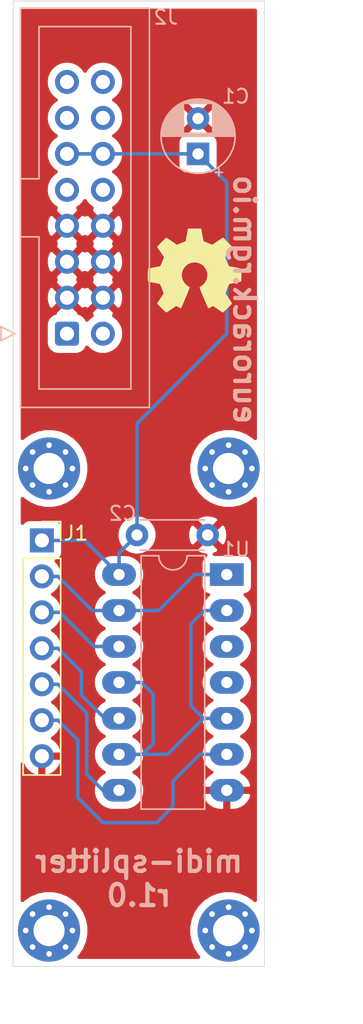
<source format=kicad_pcb>
(kicad_pcb (version 20171130) (host pcbnew 5.99.0+really5.1.12+dfsg1-1)

  (general
    (thickness 1.6)
    (drawings 8)
    (tracks 50)
    (zones 0)
    (modules 10)
    (nets 9)
  )

  (page A4)
  (title_block
    (title "midi-splitter front")
    (date 2022-01-22)
    (rev 1.0)
  )

  (layers
    (0 F.Cu signal)
    (31 B.Cu signal)
    (32 B.Adhes user)
    (33 F.Adhes user)
    (34 B.Paste user)
    (35 F.Paste user)
    (36 B.SilkS user)
    (37 F.SilkS user)
    (38 B.Mask user)
    (39 F.Mask user)
    (40 Dwgs.User user)
    (41 Cmts.User user)
    (42 Eco1.User user)
    (43 Eco2.User user)
    (44 Edge.Cuts user)
    (45 Margin user)
    (46 B.CrtYd user)
    (47 F.CrtYd user)
    (48 B.Fab user hide)
    (49 F.Fab user hide)
  )

  (setup
    (last_trace_width 0.25)
    (trace_clearance 0.2)
    (zone_clearance 0.508)
    (zone_45_only no)
    (trace_min 0.2)
    (via_size 0.8)
    (via_drill 0.4)
    (via_min_size 0.4)
    (via_min_drill 0.3)
    (uvia_size 0.3)
    (uvia_drill 0.1)
    (uvias_allowed no)
    (uvia_min_size 0.2)
    (uvia_min_drill 0.1)
    (edge_width 0.05)
    (segment_width 0.2)
    (pcb_text_width 0.3)
    (pcb_text_size 1.5 1.5)
    (mod_edge_width 0.12)
    (mod_text_size 1 1)
    (mod_text_width 0.15)
    (pad_size 2 2)
    (pad_drill 1)
    (pad_to_mask_clearance 0)
    (aux_axis_origin 0 0)
    (visible_elements FFFFFF7F)
    (pcbplotparams
      (layerselection 0x010fc_ffffffff)
      (usegerberextensions true)
      (usegerberattributes false)
      (usegerberadvancedattributes false)
      (creategerberjobfile false)
      (excludeedgelayer true)
      (linewidth 0.100000)
      (plotframeref false)
      (viasonmask false)
      (mode 1)
      (useauxorigin false)
      (hpglpennumber 1)
      (hpglpenspeed 20)
      (hpglpendiameter 15.000000)
      (psnegative false)
      (psa4output false)
      (plotreference true)
      (plotvalue false)
      (plotinvisibletext false)
      (padsonsilk false)
      (subtractmaskfromsilk true)
      (outputformat 1)
      (mirror false)
      (drillshape 0)
      (scaleselection 1)
      (outputdirectory "gerber/"))
  )

  (net 0 "")
  (net 1 GND)
  (net 2 +5V)
  (net 3 MIDI_IN)
  (net 4 MIDI_OUT_1)
  (net 5 MIDI_OUT_2)
  (net 6 MIDI_OUT_3)
  (net 7 LED)
  (net 8 "Net-(U1-Pad11)")

  (net_class Default "This is the default net class."
    (clearance 0.2)
    (trace_width 0.25)
    (via_dia 0.8)
    (via_drill 0.4)
    (uvia_dia 0.3)
    (uvia_drill 0.1)
    (add_net +5V)
    (add_net GND)
    (add_net LED)
    (add_net MIDI_IN)
    (add_net MIDI_OUT_1)
    (add_net MIDI_OUT_2)
    (add_net MIDI_OUT_3)
    (add_net "Net-(U1-Pad11)")
  )

  (module Symbol:OSHW-Symbol_6.7x6mm_SilkScreen (layer F.Cu) (tedit 0) (tstamp 61ECE314)
    (at 157.607 68.072)
    (descr "Open Source Hardware Symbol")
    (tags "Logo Symbol OSHW")
    (attr virtual)
    (fp_text reference REF** (at 0 0) (layer F.SilkS) hide
      (effects (font (size 1 1) (thickness 0.15)))
    )
    (fp_text value OSHW-Symbol_6.7x6mm_SilkScreen (at 0.75 0) (layer F.Fab) hide
      (effects (font (size 1 1) (thickness 0.15)))
    )
    (fp_poly (pts (xy 0.555814 -2.531069) (xy 0.639635 -2.086445) (xy 0.94892 -1.958947) (xy 1.258206 -1.831449)
      (xy 1.629246 -2.083754) (xy 1.733157 -2.154004) (xy 1.827087 -2.216728) (xy 1.906652 -2.269062)
      (xy 1.96747 -2.308143) (xy 2.005157 -2.331107) (xy 2.015421 -2.336058) (xy 2.03391 -2.323324)
      (xy 2.07342 -2.288118) (xy 2.129522 -2.234938) (xy 2.197787 -2.168282) (xy 2.273786 -2.092646)
      (xy 2.353092 -2.012528) (xy 2.431275 -1.932426) (xy 2.503907 -1.856836) (xy 2.566559 -1.790255)
      (xy 2.614803 -1.737182) (xy 2.64421 -1.702113) (xy 2.651241 -1.690377) (xy 2.641123 -1.66874)
      (xy 2.612759 -1.621338) (xy 2.569129 -1.552807) (xy 2.513218 -1.467785) (xy 2.448006 -1.370907)
      (xy 2.410219 -1.31565) (xy 2.341343 -1.214752) (xy 2.28014 -1.123701) (xy 2.229578 -1.04703)
      (xy 2.192628 -0.989272) (xy 2.172258 -0.954957) (xy 2.169197 -0.947746) (xy 2.176136 -0.927252)
      (xy 2.195051 -0.879487) (xy 2.223087 -0.811168) (xy 2.257391 -0.729011) (xy 2.295109 -0.63973)
      (xy 2.333387 -0.550042) (xy 2.36937 -0.466662) (xy 2.400206 -0.396306) (xy 2.423039 -0.34569)
      (xy 2.435017 -0.321529) (xy 2.435724 -0.320578) (xy 2.454531 -0.315964) (xy 2.504618 -0.305672)
      (xy 2.580793 -0.290713) (xy 2.677865 -0.272099) (xy 2.790643 -0.250841) (xy 2.856442 -0.238582)
      (xy 2.97695 -0.215638) (xy 3.085797 -0.193805) (xy 3.177476 -0.174278) (xy 3.246481 -0.158252)
      (xy 3.287304 -0.146921) (xy 3.295511 -0.143326) (xy 3.303548 -0.118994) (xy 3.310033 -0.064041)
      (xy 3.31497 0.015108) (xy 3.318364 0.112026) (xy 3.320218 0.220287) (xy 3.320538 0.333465)
      (xy 3.319327 0.445135) (xy 3.31659 0.548868) (xy 3.312331 0.638241) (xy 3.306555 0.706826)
      (xy 3.299267 0.748197) (xy 3.294895 0.75681) (xy 3.268764 0.767133) (xy 3.213393 0.781892)
      (xy 3.136107 0.799352) (xy 3.04423 0.81778) (xy 3.012158 0.823741) (xy 2.857524 0.852066)
      (xy 2.735375 0.874876) (xy 2.641673 0.89308) (xy 2.572384 0.907583) (xy 2.523471 0.919292)
      (xy 2.490897 0.929115) (xy 2.470628 0.937956) (xy 2.458626 0.946724) (xy 2.456947 0.948457)
      (xy 2.440184 0.976371) (xy 2.414614 1.030695) (xy 2.382788 1.104777) (xy 2.34726 1.191965)
      (xy 2.310583 1.285608) (xy 2.275311 1.379052) (xy 2.243996 1.465647) (xy 2.219193 1.53874)
      (xy 2.203454 1.591678) (xy 2.199332 1.617811) (xy 2.199676 1.618726) (xy 2.213641 1.640086)
      (xy 2.245322 1.687084) (xy 2.291391 1.754827) (xy 2.348518 1.838423) (xy 2.413373 1.932982)
      (xy 2.431843 1.959854) (xy 2.497699 2.057275) (xy 2.55565 2.146163) (xy 2.602538 2.221412)
      (xy 2.635207 2.27792) (xy 2.6505 2.310581) (xy 2.651241 2.314593) (xy 2.638392 2.335684)
      (xy 2.602888 2.377464) (xy 2.549293 2.435445) (xy 2.482171 2.505135) (xy 2.406087 2.582045)
      (xy 2.325604 2.661683) (xy 2.245287 2.739561) (xy 2.169699 2.811186) (xy 2.103405 2.87207)
      (xy 2.050969 2.917721) (xy 2.016955 2.94365) (xy 2.007545 2.947883) (xy 1.985643 2.937912)
      (xy 1.9408 2.91102) (xy 1.880321 2.871736) (xy 1.833789 2.840117) (xy 1.749475 2.782098)
      (xy 1.649626 2.713784) (xy 1.549473 2.645579) (xy 1.495627 2.609075) (xy 1.313371 2.4858)
      (xy 1.160381 2.56852) (xy 1.090682 2.604759) (xy 1.031414 2.632926) (xy 0.991311 2.648991)
      (xy 0.981103 2.651226) (xy 0.968829 2.634722) (xy 0.944613 2.588082) (xy 0.910263 2.515609)
      (xy 0.867588 2.421606) (xy 0.818394 2.310374) (xy 0.76449 2.186215) (xy 0.707684 2.053432)
      (xy 0.649782 1.916327) (xy 0.592593 1.779202) (xy 0.537924 1.646358) (xy 0.487584 1.522098)
      (xy 0.44338 1.410725) (xy 0.407119 1.316539) (xy 0.380609 1.243844) (xy 0.365658 1.196941)
      (xy 0.363254 1.180833) (xy 0.382311 1.160286) (xy 0.424036 1.126933) (xy 0.479706 1.087702)
      (xy 0.484378 1.084599) (xy 0.628264 0.969423) (xy 0.744283 0.835053) (xy 0.83143 0.685784)
      (xy 0.888699 0.525913) (xy 0.915086 0.359737) (xy 0.909585 0.191552) (xy 0.87119 0.025655)
      (xy 0.798895 -0.133658) (xy 0.777626 -0.168513) (xy 0.666996 -0.309263) (xy 0.536302 -0.422286)
      (xy 0.390064 -0.506997) (xy 0.232808 -0.562806) (xy 0.069057 -0.589126) (xy -0.096667 -0.58537)
      (xy -0.259838 -0.55095) (xy -0.415935 -0.485277) (xy -0.560433 -0.387765) (xy -0.605131 -0.348187)
      (xy -0.718888 -0.224297) (xy -0.801782 -0.093876) (xy -0.858644 0.052315) (xy -0.890313 0.197088)
      (xy -0.898131 0.35986) (xy -0.872062 0.52344) (xy -0.814755 0.682298) (xy -0.728856 0.830906)
      (xy -0.617014 0.963735) (xy -0.481877 1.075256) (xy -0.464117 1.087011) (xy -0.40785 1.125508)
      (xy -0.365077 1.158863) (xy -0.344628 1.18016) (xy -0.344331 1.180833) (xy -0.348721 1.203871)
      (xy -0.366124 1.256157) (xy -0.394732 1.33339) (xy -0.432735 1.431268) (xy -0.478326 1.545491)
      (xy -0.529697 1.671758) (xy -0.585038 1.805767) (xy -0.642542 1.943218) (xy -0.700399 2.079808)
      (xy -0.756802 2.211237) (xy -0.809942 2.333205) (xy -0.85801 2.441409) (xy -0.899199 2.531549)
      (xy -0.931699 2.599323) (xy -0.953703 2.64043) (xy -0.962564 2.651226) (xy -0.98964 2.642819)
      (xy -1.040303 2.620272) (xy -1.105817 2.587613) (xy -1.141841 2.56852) (xy -1.294832 2.4858)
      (xy -1.477088 2.609075) (xy -1.570125 2.672228) (xy -1.671985 2.741727) (xy -1.767438 2.807165)
      (xy -1.81525 2.840117) (xy -1.882495 2.885273) (xy -1.939436 2.921057) (xy -1.978646 2.942938)
      (xy -1.991381 2.947563) (xy -2.009917 2.935085) (xy -2.050941 2.900252) (xy -2.110475 2.846678)
      (xy -2.184542 2.777983) (xy -2.269165 2.697781) (xy -2.322685 2.646286) (xy -2.416319 2.554286)
      (xy -2.497241 2.471999) (xy -2.562177 2.402945) (xy -2.607858 2.350644) (xy -2.631011 2.318616)
      (xy -2.633232 2.312116) (xy -2.622924 2.287394) (xy -2.594439 2.237405) (xy -2.550937 2.167212)
      (xy -2.495577 2.081875) (xy -2.43152 1.986456) (xy -2.413303 1.959854) (xy -2.346927 1.863167)
      (xy -2.287378 1.776117) (xy -2.237984 1.703595) (xy -2.202075 1.650493) (xy -2.182981 1.621703)
      (xy -2.181136 1.618726) (xy -2.183895 1.595782) (xy -2.198538 1.545336) (xy -2.222513 1.474041)
      (xy -2.253266 1.388547) (xy -2.288244 1.295507) (xy -2.324893 1.201574) (xy -2.360661 1.113399)
      (xy -2.392994 1.037634) (xy -2.419338 0.980931) (xy -2.437142 0.949943) (xy -2.438407 0.948457)
      (xy -2.449294 0.939601) (xy -2.467682 0.930843) (xy -2.497606 0.921277) (xy -2.543103 0.909996)
      (xy -2.608209 0.896093) (xy -2.696961 0.878663) (xy -2.813393 0.856798) (xy -2.961542 0.829591)
      (xy -2.993618 0.823741) (xy -3.088686 0.805374) (xy -3.171565 0.787405) (xy -3.23493 0.771569)
      (xy -3.271458 0.7596) (xy -3.276356 0.75681) (xy -3.284427 0.732072) (xy -3.290987 0.67679)
      (xy -3.296033 0.597389) (xy -3.299559 0.500296) (xy -3.301561 0.391938) (xy -3.302036 0.27874)
      (xy -3.300977 0.167128) (xy -3.298382 0.063529) (xy -3.294246 -0.025632) (xy -3.288563 -0.093928)
      (xy -3.281331 -0.134934) (xy -3.276971 -0.143326) (xy -3.252698 -0.151792) (xy -3.197426 -0.165565)
      (xy -3.116662 -0.18345) (xy -3.015912 -0.204252) (xy -2.900683 -0.226777) (xy -2.837902 -0.238582)
      (xy -2.718787 -0.260849) (xy -2.612565 -0.281021) (xy -2.524427 -0.298085) (xy -2.459566 -0.311031)
      (xy -2.423174 -0.318845) (xy -2.417184 -0.320578) (xy -2.407061 -0.34011) (xy -2.385662 -0.387157)
      (xy -2.355839 -0.454997) (xy -2.320445 -0.536909) (xy -2.282332 -0.626172) (xy -2.244353 -0.716065)
      (xy -2.20936 -0.799865) (xy -2.180206 -0.870853) (xy -2.159743 -0.922306) (xy -2.150823 -0.947503)
      (xy -2.150657 -0.948604) (xy -2.160769 -0.968481) (xy -2.189117 -1.014223) (xy -2.232723 -1.081283)
      (xy -2.288606 -1.165116) (xy -2.353787 -1.261174) (xy -2.391679 -1.31635) (xy -2.460725 -1.417519)
      (xy -2.52205 -1.50937) (xy -2.572663 -1.587256) (xy -2.609571 -1.646531) (xy -2.629782 -1.682549)
      (xy -2.632701 -1.690623) (xy -2.620153 -1.709416) (xy -2.585463 -1.749543) (xy -2.533063 -1.806507)
      (xy -2.467384 -1.875815) (xy -2.392856 -1.952969) (xy -2.313913 -2.033475) (xy -2.234983 -2.112837)
      (xy -2.1605 -2.18656) (xy -2.094894 -2.250148) (xy -2.042596 -2.299106) (xy -2.008039 -2.328939)
      (xy -1.996478 -2.336058) (xy -1.977654 -2.326047) (xy -1.932631 -2.297922) (xy -1.865787 -2.254546)
      (xy -1.781499 -2.198782) (xy -1.684144 -2.133494) (xy -1.610707 -2.083754) (xy -1.239667 -1.831449)
      (xy -0.621095 -2.086445) (xy -0.537275 -2.531069) (xy -0.453454 -2.975693) (xy 0.471994 -2.975693)
      (xy 0.555814 -2.531069)) (layer F.SilkS) (width 0.01))
  )

  (module Capacitor_THT:C_Disc_D4.3mm_W1.9mm_P5.00mm (layer B.Cu) (tedit 5AE50EF0) (tstamp 61ECCA88)
    (at 153.543 86.741)
    (descr "C, Disc series, Radial, pin pitch=5.00mm, , diameter*width=4.3*1.9mm^2, Capacitor, http://www.vishay.com/docs/45233/krseries.pdf")
    (tags "C Disc series Radial pin pitch 5.00mm  diameter 4.3mm width 1.9mm Capacitor")
    (path /61F91786)
    (fp_text reference C2 (at -1.016 -1.524) (layer B.SilkS)
      (effects (font (size 1 1) (thickness 0.15)) (justify mirror))
    )
    (fp_text value 100n (at 2.5 -2.2) (layer B.Fab)
      (effects (font (size 1 1) (thickness 0.15)) (justify mirror))
    )
    (fp_line (start 0.35 0.95) (end 0.35 -0.95) (layer B.Fab) (width 0.1))
    (fp_line (start 0.35 -0.95) (end 4.65 -0.95) (layer B.Fab) (width 0.1))
    (fp_line (start 4.65 -0.95) (end 4.65 0.95) (layer B.Fab) (width 0.1))
    (fp_line (start 4.65 0.95) (end 0.35 0.95) (layer B.Fab) (width 0.1))
    (fp_line (start 0.23 1.07) (end 4.77 1.07) (layer B.SilkS) (width 0.12))
    (fp_line (start 0.23 -1.07) (end 4.77 -1.07) (layer B.SilkS) (width 0.12))
    (fp_line (start 0.23 1.07) (end 0.23 1.055) (layer B.SilkS) (width 0.12))
    (fp_line (start 0.23 -1.055) (end 0.23 -1.07) (layer B.SilkS) (width 0.12))
    (fp_line (start 4.77 1.07) (end 4.77 1.055) (layer B.SilkS) (width 0.12))
    (fp_line (start 4.77 -1.055) (end 4.77 -1.07) (layer B.SilkS) (width 0.12))
    (fp_line (start -1.05 1.2) (end -1.05 -1.2) (layer B.CrtYd) (width 0.05))
    (fp_line (start -1.05 -1.2) (end 6.05 -1.2) (layer B.CrtYd) (width 0.05))
    (fp_line (start 6.05 -1.2) (end 6.05 1.2) (layer B.CrtYd) (width 0.05))
    (fp_line (start 6.05 1.2) (end -1.05 1.2) (layer B.CrtYd) (width 0.05))
    (fp_text user %R (at 2.5 0) (layer B.Fab)
      (effects (font (size 0.86 0.86) (thickness 0.129)) (justify mirror))
    )
    (pad 2 thru_hole circle (at 5 0) (size 1.6 1.6) (drill 0.8) (layers *.Cu *.Mask)
      (net 1 GND))
    (pad 1 thru_hole circle (at 0 0) (size 1.6 1.6) (drill 0.8) (layers *.Cu *.Mask)
      (net 2 +5V))
    (model ${KISYS3DMOD}/Capacitor_THT.3dshapes/C_Disc_D4.3mm_W1.9mm_P5.00mm.wrl
      (at (xyz 0 0 0))
      (scale (xyz 1 1 1))
      (rotate (xyz 0 0 0))
    )
  )

  (module Package_DIP:DIP-14_W7.62mm_LongPads (layer B.Cu) (tedit 5A02E8C5) (tstamp 61ECB9E7)
    (at 159.893 89.535 180)
    (descr "14-lead though-hole mounted DIP package, row spacing 7.62 mm (300 mils), LongPads")
    (tags "THT DIP DIL PDIP 2.54mm 7.62mm 300mil LongPads")
    (path /61ECE9C6)
    (fp_text reference U1 (at -0.635 1.778) (layer B.SilkS)
      (effects (font (size 1 1) (thickness 0.15)) (justify mirror))
    )
    (fp_text value 74HC14 (at 3.81 -17.57) (layer B.Fab)
      (effects (font (size 1 1) (thickness 0.15)) (justify mirror))
    )
    (fp_line (start 1.635 1.27) (end 6.985 1.27) (layer B.Fab) (width 0.1))
    (fp_line (start 6.985 1.27) (end 6.985 -16.51) (layer B.Fab) (width 0.1))
    (fp_line (start 6.985 -16.51) (end 0.635 -16.51) (layer B.Fab) (width 0.1))
    (fp_line (start 0.635 -16.51) (end 0.635 0.27) (layer B.Fab) (width 0.1))
    (fp_line (start 0.635 0.27) (end 1.635 1.27) (layer B.Fab) (width 0.1))
    (fp_line (start 2.81 1.33) (end 1.56 1.33) (layer B.SilkS) (width 0.12))
    (fp_line (start 1.56 1.33) (end 1.56 -16.57) (layer B.SilkS) (width 0.12))
    (fp_line (start 1.56 -16.57) (end 6.06 -16.57) (layer B.SilkS) (width 0.12))
    (fp_line (start 6.06 -16.57) (end 6.06 1.33) (layer B.SilkS) (width 0.12))
    (fp_line (start 6.06 1.33) (end 4.81 1.33) (layer B.SilkS) (width 0.12))
    (fp_line (start -1.45 1.55) (end -1.45 -16.8) (layer B.CrtYd) (width 0.05))
    (fp_line (start -1.45 -16.8) (end 9.1 -16.8) (layer B.CrtYd) (width 0.05))
    (fp_line (start 9.1 -16.8) (end 9.1 1.55) (layer B.CrtYd) (width 0.05))
    (fp_line (start 9.1 1.55) (end -1.45 1.55) (layer B.CrtYd) (width 0.05))
    (fp_text user %R (at 3.81 -7.62) (layer B.Fab)
      (effects (font (size 1 1) (thickness 0.15)) (justify mirror))
    )
    (fp_arc (start 3.81 1.33) (end 2.81 1.33) (angle 180) (layer B.SilkS) (width 0.12))
    (pad 14 thru_hole oval (at 7.62 0 180) (size 2.4 1.6) (drill 0.8) (layers *.Cu *.Mask)
      (net 2 +5V))
    (pad 7 thru_hole oval (at 0 -15.24 180) (size 2.4 1.6) (drill 0.8) (layers *.Cu *.Mask)
      (net 1 GND))
    (pad 13 thru_hole oval (at 7.62 -2.54 180) (size 2.4 1.6) (drill 0.8) (layers *.Cu *.Mask)
      (net 3 MIDI_IN))
    (pad 6 thru_hole oval (at 0 -12.7 180) (size 2.4 1.6) (drill 0.8) (layers *.Cu *.Mask)
      (net 6 MIDI_OUT_3))
    (pad 12 thru_hole oval (at 7.62 -5.08 180) (size 2.4 1.6) (drill 0.8) (layers *.Cu *.Mask)
      (net 7 LED))
    (pad 5 thru_hole oval (at 0 -10.16 180) (size 2.4 1.6) (drill 0.8) (layers *.Cu *.Mask)
      (net 8 "Net-(U1-Pad11)"))
    (pad 11 thru_hole oval (at 7.62 -7.62 180) (size 2.4 1.6) (drill 0.8) (layers *.Cu *.Mask)
      (net 8 "Net-(U1-Pad11)"))
    (pad 4 thru_hole oval (at 0 -7.62 180) (size 2.4 1.6) (drill 0.8) (layers *.Cu *.Mask))
    (pad 10 thru_hole oval (at 7.62 -10.16 180) (size 2.4 1.6) (drill 0.8) (layers *.Cu *.Mask)
      (net 4 MIDI_OUT_1))
    (pad 3 thru_hole oval (at 0 -5.08 180) (size 2.4 1.6) (drill 0.8) (layers *.Cu *.Mask))
    (pad 9 thru_hole oval (at 7.62 -12.7 180) (size 2.4 1.6) (drill 0.8) (layers *.Cu *.Mask)
      (net 8 "Net-(U1-Pad11)"))
    (pad 2 thru_hole oval (at 0 -2.54 180) (size 2.4 1.6) (drill 0.8) (layers *.Cu *.Mask)
      (net 8 "Net-(U1-Pad11)"))
    (pad 8 thru_hole oval (at 7.62 -15.24 180) (size 2.4 1.6) (drill 0.8) (layers *.Cu *.Mask)
      (net 5 MIDI_OUT_2))
    (pad 1 thru_hole rect (at 0 0 180) (size 2.4 1.6) (drill 0.8) (layers *.Cu *.Mask)
      (net 3 MIDI_IN))
    (model ${KISYS3DMOD}/Package_DIP.3dshapes/DIP-14_W7.62mm.wrl
      (at (xyz 0 0 0))
      (scale (xyz 1 1 1))
      (rotate (xyz 0 0 0))
    )
  )

  (module Connector_IDC:IDC-Header_2x08_P2.54mm_Vertical (layer B.Cu) (tedit 5EAC9A07) (tstamp 61ECB9C5)
    (at 148.59 72.517)
    (descr "Through hole IDC box header, 2x08, 2.54mm pitch, DIN 41651 / IEC 60603-13, double rows, https://docs.google.com/spreadsheets/d/16SsEcesNF15N3Lb4niX7dcUr-NY5_MFPQhobNuNppn4/edit#gid=0")
    (tags "Through hole vertical IDC box header THT 2x08 2.54mm double row")
    (path /61F11682)
    (fp_text reference J2 (at 6.985 -22.352) (layer B.SilkS)
      (effects (font (size 1 1) (thickness 0.15)) (justify mirror))
    )
    (fp_text value "IDC Header 2x8" (at 1.27 -23.88) (layer B.Fab)
      (effects (font (size 1 1) (thickness 0.15)) (justify mirror))
    )
    (fp_line (start -3.18 4.1) (end -2.18 5.1) (layer B.Fab) (width 0.1))
    (fp_line (start -2.18 5.1) (end 5.72 5.1) (layer B.Fab) (width 0.1))
    (fp_line (start 5.72 5.1) (end 5.72 -22.88) (layer B.Fab) (width 0.1))
    (fp_line (start 5.72 -22.88) (end -3.18 -22.88) (layer B.Fab) (width 0.1))
    (fp_line (start -3.18 -22.88) (end -3.18 4.1) (layer B.Fab) (width 0.1))
    (fp_line (start -3.18 -6.84) (end -1.98 -6.84) (layer B.Fab) (width 0.1))
    (fp_line (start -1.98 -6.84) (end -1.98 3.91) (layer B.Fab) (width 0.1))
    (fp_line (start -1.98 3.91) (end 4.52 3.91) (layer B.Fab) (width 0.1))
    (fp_line (start 4.52 3.91) (end 4.52 -21.69) (layer B.Fab) (width 0.1))
    (fp_line (start 4.52 -21.69) (end -1.98 -21.69) (layer B.Fab) (width 0.1))
    (fp_line (start -1.98 -21.69) (end -1.98 -10.94) (layer B.Fab) (width 0.1))
    (fp_line (start -1.98 -10.94) (end -1.98 -10.94) (layer B.Fab) (width 0.1))
    (fp_line (start -1.98 -10.94) (end -3.18 -10.94) (layer B.Fab) (width 0.1))
    (fp_line (start -3.29 5.21) (end 5.83 5.21) (layer B.SilkS) (width 0.12))
    (fp_line (start 5.83 5.21) (end 5.83 -22.99) (layer B.SilkS) (width 0.12))
    (fp_line (start 5.83 -22.99) (end -3.29 -22.99) (layer B.SilkS) (width 0.12))
    (fp_line (start -3.29 -22.99) (end -3.29 5.21) (layer B.SilkS) (width 0.12))
    (fp_line (start -3.29 -6.84) (end -1.98 -6.84) (layer B.SilkS) (width 0.12))
    (fp_line (start -1.98 -6.84) (end -1.98 3.91) (layer B.SilkS) (width 0.12))
    (fp_line (start -1.98 3.91) (end 4.52 3.91) (layer B.SilkS) (width 0.12))
    (fp_line (start 4.52 3.91) (end 4.52 -21.69) (layer B.SilkS) (width 0.12))
    (fp_line (start 4.52 -21.69) (end -1.98 -21.69) (layer B.SilkS) (width 0.12))
    (fp_line (start -1.98 -21.69) (end -1.98 -10.94) (layer B.SilkS) (width 0.12))
    (fp_line (start -1.98 -10.94) (end -1.98 -10.94) (layer B.SilkS) (width 0.12))
    (fp_line (start -1.98 -10.94) (end -3.29 -10.94) (layer B.SilkS) (width 0.12))
    (fp_line (start -3.68 0) (end -4.68 0.5) (layer B.SilkS) (width 0.12))
    (fp_line (start -4.68 0.5) (end -4.68 -0.5) (layer B.SilkS) (width 0.12))
    (fp_line (start -4.68 -0.5) (end -3.68 0) (layer B.SilkS) (width 0.12))
    (fp_line (start -3.68 5.6) (end -3.68 -23.38) (layer B.CrtYd) (width 0.05))
    (fp_line (start -3.68 -23.38) (end 6.22 -23.38) (layer B.CrtYd) (width 0.05))
    (fp_line (start 6.22 -23.38) (end 6.22 5.6) (layer B.CrtYd) (width 0.05))
    (fp_line (start 6.22 5.6) (end -3.68 5.6) (layer B.CrtYd) (width 0.05))
    (fp_text user %R (at 1.27 -8.89 270) (layer B.Fab)
      (effects (font (size 1 1) (thickness 0.15)) (justify mirror))
    )
    (pad 16 thru_hole circle (at 2.54 -17.78) (size 1.7 1.7) (drill 1) (layers *.Cu *.Mask))
    (pad 14 thru_hole circle (at 2.54 -15.24) (size 1.7 1.7) (drill 1) (layers *.Cu *.Mask))
    (pad 12 thru_hole circle (at 2.54 -12.7) (size 1.7 1.7) (drill 1) (layers *.Cu *.Mask)
      (net 2 +5V))
    (pad 10 thru_hole circle (at 2.54 -10.16) (size 1.7 1.7) (drill 1) (layers *.Cu *.Mask))
    (pad 8 thru_hole circle (at 2.54 -7.62) (size 1.7 1.7) (drill 1) (layers *.Cu *.Mask)
      (net 1 GND))
    (pad 6 thru_hole circle (at 2.54 -5.08) (size 1.7 1.7) (drill 1) (layers *.Cu *.Mask)
      (net 1 GND))
    (pad 4 thru_hole circle (at 2.54 -2.54) (size 1.7 1.7) (drill 1) (layers *.Cu *.Mask)
      (net 1 GND))
    (pad 2 thru_hole circle (at 2.54 0) (size 1.7 1.7) (drill 1) (layers *.Cu *.Mask))
    (pad 15 thru_hole circle (at 0 -17.78) (size 1.7 1.7) (drill 1) (layers *.Cu *.Mask))
    (pad 13 thru_hole circle (at 0 -15.24) (size 1.7 1.7) (drill 1) (layers *.Cu *.Mask))
    (pad 11 thru_hole circle (at 0 -12.7) (size 1.7 1.7) (drill 1) (layers *.Cu *.Mask)
      (net 2 +5V))
    (pad 9 thru_hole circle (at 0 -10.16) (size 1.7 1.7) (drill 1) (layers *.Cu *.Mask))
    (pad 7 thru_hole circle (at 0 -7.62) (size 1.7 1.7) (drill 1) (layers *.Cu *.Mask)
      (net 1 GND))
    (pad 5 thru_hole circle (at 0 -5.08) (size 1.7 1.7) (drill 1) (layers *.Cu *.Mask)
      (net 1 GND))
    (pad 3 thru_hole circle (at 0 -2.54) (size 1.7 1.7) (drill 1) (layers *.Cu *.Mask)
      (net 1 GND))
    (pad 1 thru_hole roundrect (at 0 0) (size 1.7 1.7) (drill 1) (layers *.Cu *.Mask) (roundrect_rratio 0.147059))
    (model ${KISYS3DMOD}/Connector_IDC.3dshapes/IDC-Header_2x08_P2.54mm_Vertical.wrl
      (at (xyz 0 0 0))
      (scale (xyz 1 1 1))
      (rotate (xyz 0 0 0))
    )
  )

  (module Connector_PinSocket_2.54mm:PinSocket_1x07_P2.54mm_Vertical (layer F.Cu) (tedit 5A19A433) (tstamp 61EC96C0)
    (at 146.812 87.122)
    (descr "Through hole straight socket strip, 1x07, 2.54mm pitch, single row (from Kicad 4.0.7), script generated")
    (tags "Through hole socket strip THT 1x07 2.54mm single row")
    (path /61F07D42)
    (fp_text reference J1 (at 2.413 -0.508) (layer F.SilkS)
      (effects (font (size 1 1) (thickness 0.15)))
    )
    (fp_text value "Pin Socket 1x7" (at 0 18.01) (layer F.Fab)
      (effects (font (size 1 1) (thickness 0.15)))
    )
    (fp_line (start -1.27 -1.27) (end 0.635 -1.27) (layer F.Fab) (width 0.1))
    (fp_line (start 0.635 -1.27) (end 1.27 -0.635) (layer F.Fab) (width 0.1))
    (fp_line (start 1.27 -0.635) (end 1.27 16.51) (layer F.Fab) (width 0.1))
    (fp_line (start 1.27 16.51) (end -1.27 16.51) (layer F.Fab) (width 0.1))
    (fp_line (start -1.27 16.51) (end -1.27 -1.27) (layer F.Fab) (width 0.1))
    (fp_line (start -1.33 1.27) (end 1.33 1.27) (layer F.SilkS) (width 0.12))
    (fp_line (start -1.33 1.27) (end -1.33 16.57) (layer F.SilkS) (width 0.12))
    (fp_line (start -1.33 16.57) (end 1.33 16.57) (layer F.SilkS) (width 0.12))
    (fp_line (start 1.33 1.27) (end 1.33 16.57) (layer F.SilkS) (width 0.12))
    (fp_line (start 1.33 -1.33) (end 1.33 0) (layer F.SilkS) (width 0.12))
    (fp_line (start 0 -1.33) (end 1.33 -1.33) (layer F.SilkS) (width 0.12))
    (fp_line (start -1.8 -1.8) (end 1.75 -1.8) (layer F.CrtYd) (width 0.05))
    (fp_line (start 1.75 -1.8) (end 1.75 17) (layer F.CrtYd) (width 0.05))
    (fp_line (start 1.75 17) (end -1.8 17) (layer F.CrtYd) (width 0.05))
    (fp_line (start -1.8 17) (end -1.8 -1.8) (layer F.CrtYd) (width 0.05))
    (fp_text user %R (at 0 7.62 90) (layer F.Fab)
      (effects (font (size 1 1) (thickness 0.15)))
    )
    (pad 7 thru_hole oval (at 0 15.24) (size 1.7 1.7) (drill 1) (layers *.Cu *.Mask)
      (net 1 GND))
    (pad 6 thru_hole oval (at 0 12.7) (size 1.7 1.7) (drill 1) (layers *.Cu *.Mask)
      (net 6 MIDI_OUT_3))
    (pad 5 thru_hole oval (at 0 10.16) (size 1.7 1.7) (drill 1) (layers *.Cu *.Mask)
      (net 5 MIDI_OUT_2))
    (pad 4 thru_hole oval (at 0 7.62) (size 1.7 1.7) (drill 1) (layers *.Cu *.Mask)
      (net 4 MIDI_OUT_1))
    (pad 3 thru_hole oval (at 0 5.08) (size 1.7 1.7) (drill 1) (layers *.Cu *.Mask)
      (net 7 LED))
    (pad 2 thru_hole oval (at 0 2.54) (size 1.7 1.7) (drill 1) (layers *.Cu *.Mask)
      (net 3 MIDI_IN))
    (pad 1 thru_hole rect (at 0 0) (size 1.7 1.7) (drill 1) (layers *.Cu *.Mask)
      (net 2 +5V))
    (model ${KISYS3DMOD}/Connector_PinSocket_2.54mm.3dshapes/PinSocket_1x07_P2.54mm_Vertical.wrl
      (at (xyz 0 0 0))
      (scale (xyz 1 1 1))
      (rotate (xyz 0 0 0))
    )
  )

  (module Capacitor_THT:CP_Radial_D5.0mm_P2.50mm (layer B.Cu) (tedit 5AE50EF0) (tstamp 61ECB8FE)
    (at 157.861 59.817 90)
    (descr "CP, Radial series, Radial, pin pitch=2.50mm, , diameter=5mm, Electrolytic Capacitor")
    (tags "CP Radial series Radial pin pitch 2.50mm  diameter 5mm Electrolytic Capacitor")
    (path /61F144AA)
    (fp_text reference C1 (at 4.064 2.667 180) (layer B.SilkS)
      (effects (font (size 1 1) (thickness 0.15)) (justify mirror))
    )
    (fp_text value 10u (at 1.25 -3.75 90) (layer B.Fab)
      (effects (font (size 1 1) (thickness 0.15)) (justify mirror))
    )
    (fp_circle (center 1.25 0) (end 3.75 0) (layer B.Fab) (width 0.1))
    (fp_circle (center 1.25 0) (end 3.87 0) (layer B.SilkS) (width 0.12))
    (fp_circle (center 1.25 0) (end 4 0) (layer B.CrtYd) (width 0.05))
    (fp_line (start -0.883605 1.0875) (end -0.383605 1.0875) (layer B.Fab) (width 0.1))
    (fp_line (start -0.633605 1.3375) (end -0.633605 0.8375) (layer B.Fab) (width 0.1))
    (fp_line (start 1.25 2.58) (end 1.25 -2.58) (layer B.SilkS) (width 0.12))
    (fp_line (start 1.29 2.58) (end 1.29 -2.58) (layer B.SilkS) (width 0.12))
    (fp_line (start 1.33 2.579) (end 1.33 -2.579) (layer B.SilkS) (width 0.12))
    (fp_line (start 1.37 2.578) (end 1.37 -2.578) (layer B.SilkS) (width 0.12))
    (fp_line (start 1.41 2.576) (end 1.41 -2.576) (layer B.SilkS) (width 0.12))
    (fp_line (start 1.45 2.573) (end 1.45 -2.573) (layer B.SilkS) (width 0.12))
    (fp_line (start 1.49 2.569) (end 1.49 1.04) (layer B.SilkS) (width 0.12))
    (fp_line (start 1.49 -1.04) (end 1.49 -2.569) (layer B.SilkS) (width 0.12))
    (fp_line (start 1.53 2.565) (end 1.53 1.04) (layer B.SilkS) (width 0.12))
    (fp_line (start 1.53 -1.04) (end 1.53 -2.565) (layer B.SilkS) (width 0.12))
    (fp_line (start 1.57 2.561) (end 1.57 1.04) (layer B.SilkS) (width 0.12))
    (fp_line (start 1.57 -1.04) (end 1.57 -2.561) (layer B.SilkS) (width 0.12))
    (fp_line (start 1.61 2.556) (end 1.61 1.04) (layer B.SilkS) (width 0.12))
    (fp_line (start 1.61 -1.04) (end 1.61 -2.556) (layer B.SilkS) (width 0.12))
    (fp_line (start 1.65 2.55) (end 1.65 1.04) (layer B.SilkS) (width 0.12))
    (fp_line (start 1.65 -1.04) (end 1.65 -2.55) (layer B.SilkS) (width 0.12))
    (fp_line (start 1.69 2.543) (end 1.69 1.04) (layer B.SilkS) (width 0.12))
    (fp_line (start 1.69 -1.04) (end 1.69 -2.543) (layer B.SilkS) (width 0.12))
    (fp_line (start 1.73 2.536) (end 1.73 1.04) (layer B.SilkS) (width 0.12))
    (fp_line (start 1.73 -1.04) (end 1.73 -2.536) (layer B.SilkS) (width 0.12))
    (fp_line (start 1.77 2.528) (end 1.77 1.04) (layer B.SilkS) (width 0.12))
    (fp_line (start 1.77 -1.04) (end 1.77 -2.528) (layer B.SilkS) (width 0.12))
    (fp_line (start 1.81 2.52) (end 1.81 1.04) (layer B.SilkS) (width 0.12))
    (fp_line (start 1.81 -1.04) (end 1.81 -2.52) (layer B.SilkS) (width 0.12))
    (fp_line (start 1.85 2.511) (end 1.85 1.04) (layer B.SilkS) (width 0.12))
    (fp_line (start 1.85 -1.04) (end 1.85 -2.511) (layer B.SilkS) (width 0.12))
    (fp_line (start 1.89 2.501) (end 1.89 1.04) (layer B.SilkS) (width 0.12))
    (fp_line (start 1.89 -1.04) (end 1.89 -2.501) (layer B.SilkS) (width 0.12))
    (fp_line (start 1.93 2.491) (end 1.93 1.04) (layer B.SilkS) (width 0.12))
    (fp_line (start 1.93 -1.04) (end 1.93 -2.491) (layer B.SilkS) (width 0.12))
    (fp_line (start 1.971 2.48) (end 1.971 1.04) (layer B.SilkS) (width 0.12))
    (fp_line (start 1.971 -1.04) (end 1.971 -2.48) (layer B.SilkS) (width 0.12))
    (fp_line (start 2.011 2.468) (end 2.011 1.04) (layer B.SilkS) (width 0.12))
    (fp_line (start 2.011 -1.04) (end 2.011 -2.468) (layer B.SilkS) (width 0.12))
    (fp_line (start 2.051 2.455) (end 2.051 1.04) (layer B.SilkS) (width 0.12))
    (fp_line (start 2.051 -1.04) (end 2.051 -2.455) (layer B.SilkS) (width 0.12))
    (fp_line (start 2.091 2.442) (end 2.091 1.04) (layer B.SilkS) (width 0.12))
    (fp_line (start 2.091 -1.04) (end 2.091 -2.442) (layer B.SilkS) (width 0.12))
    (fp_line (start 2.131 2.428) (end 2.131 1.04) (layer B.SilkS) (width 0.12))
    (fp_line (start 2.131 -1.04) (end 2.131 -2.428) (layer B.SilkS) (width 0.12))
    (fp_line (start 2.171 2.414) (end 2.171 1.04) (layer B.SilkS) (width 0.12))
    (fp_line (start 2.171 -1.04) (end 2.171 -2.414) (layer B.SilkS) (width 0.12))
    (fp_line (start 2.211 2.398) (end 2.211 1.04) (layer B.SilkS) (width 0.12))
    (fp_line (start 2.211 -1.04) (end 2.211 -2.398) (layer B.SilkS) (width 0.12))
    (fp_line (start 2.251 2.382) (end 2.251 1.04) (layer B.SilkS) (width 0.12))
    (fp_line (start 2.251 -1.04) (end 2.251 -2.382) (layer B.SilkS) (width 0.12))
    (fp_line (start 2.291 2.365) (end 2.291 1.04) (layer B.SilkS) (width 0.12))
    (fp_line (start 2.291 -1.04) (end 2.291 -2.365) (layer B.SilkS) (width 0.12))
    (fp_line (start 2.331 2.348) (end 2.331 1.04) (layer B.SilkS) (width 0.12))
    (fp_line (start 2.331 -1.04) (end 2.331 -2.348) (layer B.SilkS) (width 0.12))
    (fp_line (start 2.371 2.329) (end 2.371 1.04) (layer B.SilkS) (width 0.12))
    (fp_line (start 2.371 -1.04) (end 2.371 -2.329) (layer B.SilkS) (width 0.12))
    (fp_line (start 2.411 2.31) (end 2.411 1.04) (layer B.SilkS) (width 0.12))
    (fp_line (start 2.411 -1.04) (end 2.411 -2.31) (layer B.SilkS) (width 0.12))
    (fp_line (start 2.451 2.29) (end 2.451 1.04) (layer B.SilkS) (width 0.12))
    (fp_line (start 2.451 -1.04) (end 2.451 -2.29) (layer B.SilkS) (width 0.12))
    (fp_line (start 2.491 2.268) (end 2.491 1.04) (layer B.SilkS) (width 0.12))
    (fp_line (start 2.491 -1.04) (end 2.491 -2.268) (layer B.SilkS) (width 0.12))
    (fp_line (start 2.531 2.247) (end 2.531 1.04) (layer B.SilkS) (width 0.12))
    (fp_line (start 2.531 -1.04) (end 2.531 -2.247) (layer B.SilkS) (width 0.12))
    (fp_line (start 2.571 2.224) (end 2.571 1.04) (layer B.SilkS) (width 0.12))
    (fp_line (start 2.571 -1.04) (end 2.571 -2.224) (layer B.SilkS) (width 0.12))
    (fp_line (start 2.611 2.2) (end 2.611 1.04) (layer B.SilkS) (width 0.12))
    (fp_line (start 2.611 -1.04) (end 2.611 -2.2) (layer B.SilkS) (width 0.12))
    (fp_line (start 2.651 2.175) (end 2.651 1.04) (layer B.SilkS) (width 0.12))
    (fp_line (start 2.651 -1.04) (end 2.651 -2.175) (layer B.SilkS) (width 0.12))
    (fp_line (start 2.691 2.149) (end 2.691 1.04) (layer B.SilkS) (width 0.12))
    (fp_line (start 2.691 -1.04) (end 2.691 -2.149) (layer B.SilkS) (width 0.12))
    (fp_line (start 2.731 2.122) (end 2.731 1.04) (layer B.SilkS) (width 0.12))
    (fp_line (start 2.731 -1.04) (end 2.731 -2.122) (layer B.SilkS) (width 0.12))
    (fp_line (start 2.771 2.095) (end 2.771 1.04) (layer B.SilkS) (width 0.12))
    (fp_line (start 2.771 -1.04) (end 2.771 -2.095) (layer B.SilkS) (width 0.12))
    (fp_line (start 2.811 2.065) (end 2.811 1.04) (layer B.SilkS) (width 0.12))
    (fp_line (start 2.811 -1.04) (end 2.811 -2.065) (layer B.SilkS) (width 0.12))
    (fp_line (start 2.851 2.035) (end 2.851 1.04) (layer B.SilkS) (width 0.12))
    (fp_line (start 2.851 -1.04) (end 2.851 -2.035) (layer B.SilkS) (width 0.12))
    (fp_line (start 2.891 2.004) (end 2.891 1.04) (layer B.SilkS) (width 0.12))
    (fp_line (start 2.891 -1.04) (end 2.891 -2.004) (layer B.SilkS) (width 0.12))
    (fp_line (start 2.931 1.971) (end 2.931 1.04) (layer B.SilkS) (width 0.12))
    (fp_line (start 2.931 -1.04) (end 2.931 -1.971) (layer B.SilkS) (width 0.12))
    (fp_line (start 2.971 1.937) (end 2.971 1.04) (layer B.SilkS) (width 0.12))
    (fp_line (start 2.971 -1.04) (end 2.971 -1.937) (layer B.SilkS) (width 0.12))
    (fp_line (start 3.011 1.901) (end 3.011 1.04) (layer B.SilkS) (width 0.12))
    (fp_line (start 3.011 -1.04) (end 3.011 -1.901) (layer B.SilkS) (width 0.12))
    (fp_line (start 3.051 1.864) (end 3.051 1.04) (layer B.SilkS) (width 0.12))
    (fp_line (start 3.051 -1.04) (end 3.051 -1.864) (layer B.SilkS) (width 0.12))
    (fp_line (start 3.091 1.826) (end 3.091 1.04) (layer B.SilkS) (width 0.12))
    (fp_line (start 3.091 -1.04) (end 3.091 -1.826) (layer B.SilkS) (width 0.12))
    (fp_line (start 3.131 1.785) (end 3.131 1.04) (layer B.SilkS) (width 0.12))
    (fp_line (start 3.131 -1.04) (end 3.131 -1.785) (layer B.SilkS) (width 0.12))
    (fp_line (start 3.171 1.743) (end 3.171 1.04) (layer B.SilkS) (width 0.12))
    (fp_line (start 3.171 -1.04) (end 3.171 -1.743) (layer B.SilkS) (width 0.12))
    (fp_line (start 3.211 1.699) (end 3.211 1.04) (layer B.SilkS) (width 0.12))
    (fp_line (start 3.211 -1.04) (end 3.211 -1.699) (layer B.SilkS) (width 0.12))
    (fp_line (start 3.251 1.653) (end 3.251 1.04) (layer B.SilkS) (width 0.12))
    (fp_line (start 3.251 -1.04) (end 3.251 -1.653) (layer B.SilkS) (width 0.12))
    (fp_line (start 3.291 1.605) (end 3.291 1.04) (layer B.SilkS) (width 0.12))
    (fp_line (start 3.291 -1.04) (end 3.291 -1.605) (layer B.SilkS) (width 0.12))
    (fp_line (start 3.331 1.554) (end 3.331 1.04) (layer B.SilkS) (width 0.12))
    (fp_line (start 3.331 -1.04) (end 3.331 -1.554) (layer B.SilkS) (width 0.12))
    (fp_line (start 3.371 1.5) (end 3.371 1.04) (layer B.SilkS) (width 0.12))
    (fp_line (start 3.371 -1.04) (end 3.371 -1.5) (layer B.SilkS) (width 0.12))
    (fp_line (start 3.411 1.443) (end 3.411 1.04) (layer B.SilkS) (width 0.12))
    (fp_line (start 3.411 -1.04) (end 3.411 -1.443) (layer B.SilkS) (width 0.12))
    (fp_line (start 3.451 1.383) (end 3.451 1.04) (layer B.SilkS) (width 0.12))
    (fp_line (start 3.451 -1.04) (end 3.451 -1.383) (layer B.SilkS) (width 0.12))
    (fp_line (start 3.491 1.319) (end 3.491 1.04) (layer B.SilkS) (width 0.12))
    (fp_line (start 3.491 -1.04) (end 3.491 -1.319) (layer B.SilkS) (width 0.12))
    (fp_line (start 3.531 1.251) (end 3.531 1.04) (layer B.SilkS) (width 0.12))
    (fp_line (start 3.531 -1.04) (end 3.531 -1.251) (layer B.SilkS) (width 0.12))
    (fp_line (start 3.571 1.178) (end 3.571 -1.178) (layer B.SilkS) (width 0.12))
    (fp_line (start 3.611 1.098) (end 3.611 -1.098) (layer B.SilkS) (width 0.12))
    (fp_line (start 3.651 1.011) (end 3.651 -1.011) (layer B.SilkS) (width 0.12))
    (fp_line (start 3.691 0.915) (end 3.691 -0.915) (layer B.SilkS) (width 0.12))
    (fp_line (start 3.731 0.805) (end 3.731 -0.805) (layer B.SilkS) (width 0.12))
    (fp_line (start 3.771 0.677) (end 3.771 -0.677) (layer B.SilkS) (width 0.12))
    (fp_line (start 3.811 0.518) (end 3.811 -0.518) (layer B.SilkS) (width 0.12))
    (fp_line (start 3.851 0.284) (end 3.851 -0.284) (layer B.SilkS) (width 0.12))
    (fp_line (start -1.554775 1.475) (end -1.054775 1.475) (layer B.SilkS) (width 0.12))
    (fp_line (start -1.304775 1.725) (end -1.304775 1.225) (layer B.SilkS) (width 0.12))
    (fp_text user %R (at 1.25 0 90) (layer B.Fab)
      (effects (font (size 1 1) (thickness 0.15)) (justify mirror))
    )
    (pad 2 thru_hole circle (at 2.5 0 90) (size 1.6 1.6) (drill 0.8) (layers *.Cu *.Mask)
      (net 1 GND))
    (pad 1 thru_hole rect (at 0 0 90) (size 1.6 1.6) (drill 0.8) (layers *.Cu *.Mask)
      (net 2 +5V))
    (model ${KISYS3DMOD}/Capacitor_THT.3dshapes/CP_Radial_D5.0mm_P2.50mm.wrl
      (at (xyz 0 0 0))
      (scale (xyz 1 1 1))
      (rotate (xyz 0 0 0))
    )
  )

  (module MountingHole:MountingHole_2.2mm_M2_Pad_Via (layer F.Cu) (tedit 56DDB9C7) (tstamp 61EC9686)
    (at 160.02 82.042)
    (descr "Mounting Hole 2.2mm, M2")
    (tags "mounting hole 2.2mm m2")
    (path /61F2DE4C)
    (attr virtual)
    (fp_text reference H2 (at 0 -3.2) (layer F.SilkS) hide
      (effects (font (size 1 1) (thickness 0.15)))
    )
    (fp_text value MountingHole (at 0 3.2) (layer F.Fab)
      (effects (font (size 1 1) (thickness 0.15)))
    )
    (fp_circle (center 0 0) (end 2.45 0) (layer F.CrtYd) (width 0.05))
    (fp_circle (center 0 0) (end 2.2 0) (layer Cmts.User) (width 0.15))
    (fp_text user %R (at 0.3 0) (layer F.Fab)
      (effects (font (size 1 1) (thickness 0.15)))
    )
    (pad 1 thru_hole circle (at 1.166726 -1.166726) (size 0.7 0.7) (drill 0.4) (layers *.Cu *.Mask))
    (pad 1 thru_hole circle (at 0 -1.65) (size 0.7 0.7) (drill 0.4) (layers *.Cu *.Mask))
    (pad 1 thru_hole circle (at -1.166726 -1.166726) (size 0.7 0.7) (drill 0.4) (layers *.Cu *.Mask))
    (pad 1 thru_hole circle (at -1.65 0) (size 0.7 0.7) (drill 0.4) (layers *.Cu *.Mask))
    (pad 1 thru_hole circle (at -1.166726 1.166726) (size 0.7 0.7) (drill 0.4) (layers *.Cu *.Mask))
    (pad 1 thru_hole circle (at 0 1.65) (size 0.7 0.7) (drill 0.4) (layers *.Cu *.Mask))
    (pad 1 thru_hole circle (at 1.166726 1.166726) (size 0.7 0.7) (drill 0.4) (layers *.Cu *.Mask))
    (pad 1 thru_hole circle (at 1.65 0) (size 0.7 0.7) (drill 0.4) (layers *.Cu *.Mask))
    (pad 1 thru_hole circle (at 0 0) (size 4.4 4.4) (drill 2.2) (layers *.Cu *.Mask))
  )

  (module MountingHole:MountingHole_2.2mm_M2_Pad_Via (layer F.Cu) (tedit 56DDB9C7) (tstamp 61EC9676)
    (at 147.32 82.042)
    (descr "Mounting Hole 2.2mm, M2")
    (tags "mounting hole 2.2mm m2")
    (path /61F2D867)
    (attr virtual)
    (fp_text reference H1 (at 0 -3.2) (layer F.SilkS) hide
      (effects (font (size 1 1) (thickness 0.15)))
    )
    (fp_text value MountingHole (at 0 3.2) (layer F.Fab)
      (effects (font (size 1 1) (thickness 0.15)))
    )
    (fp_circle (center 0 0) (end 2.45 0) (layer F.CrtYd) (width 0.05))
    (fp_circle (center 0 0) (end 2.2 0) (layer Cmts.User) (width 0.15))
    (fp_text user %R (at 0.3 0) (layer F.Fab)
      (effects (font (size 1 1) (thickness 0.15)))
    )
    (pad 1 thru_hole circle (at 1.166726 -1.166726) (size 0.7 0.7) (drill 0.4) (layers *.Cu *.Mask))
    (pad 1 thru_hole circle (at 0 -1.65) (size 0.7 0.7) (drill 0.4) (layers *.Cu *.Mask))
    (pad 1 thru_hole circle (at -1.166726 -1.166726) (size 0.7 0.7) (drill 0.4) (layers *.Cu *.Mask))
    (pad 1 thru_hole circle (at -1.65 0) (size 0.7 0.7) (drill 0.4) (layers *.Cu *.Mask))
    (pad 1 thru_hole circle (at -1.166726 1.166726) (size 0.7 0.7) (drill 0.4) (layers *.Cu *.Mask))
    (pad 1 thru_hole circle (at 0 1.65) (size 0.7 0.7) (drill 0.4) (layers *.Cu *.Mask))
    (pad 1 thru_hole circle (at 1.166726 1.166726) (size 0.7 0.7) (drill 0.4) (layers *.Cu *.Mask))
    (pad 1 thru_hole circle (at 1.65 0) (size 0.7 0.7) (drill 0.4) (layers *.Cu *.Mask))
    (pad 1 thru_hole circle (at 0 0) (size 4.4 4.4) (drill 2.2) (layers *.Cu *.Mask))
  )

  (module MountingHole:MountingHole_2.2mm_M2_Pad_Via (layer F.Cu) (tedit 56DDB9C7) (tstamp 61EC96A6)
    (at 160.02 114.681)
    (descr "Mounting Hole 2.2mm, M2")
    (tags "mounting hole 2.2mm m2")
    (path /61F2E22C)
    (attr virtual)
    (fp_text reference H4 (at 0 -3.2) (layer F.SilkS) hide
      (effects (font (size 1 1) (thickness 0.15)))
    )
    (fp_text value MountingHole (at 0 3.2) (layer F.Fab)
      (effects (font (size 1 1) (thickness 0.15)))
    )
    (fp_circle (center 0 0) (end 2.45 0) (layer F.CrtYd) (width 0.05))
    (fp_circle (center 0 0) (end 2.2 0) (layer Cmts.User) (width 0.15))
    (fp_text user %R (at 0.3 0) (layer F.Fab)
      (effects (font (size 1 1) (thickness 0.15)))
    )
    (pad 1 thru_hole circle (at 1.166726 -1.166726) (size 0.7 0.7) (drill 0.4) (layers *.Cu *.Mask))
    (pad 1 thru_hole circle (at 0 -1.65) (size 0.7 0.7) (drill 0.4) (layers *.Cu *.Mask))
    (pad 1 thru_hole circle (at -1.166726 -1.166726) (size 0.7 0.7) (drill 0.4) (layers *.Cu *.Mask))
    (pad 1 thru_hole circle (at -1.65 0) (size 0.7 0.7) (drill 0.4) (layers *.Cu *.Mask))
    (pad 1 thru_hole circle (at -1.166726 1.166726) (size 0.7 0.7) (drill 0.4) (layers *.Cu *.Mask))
    (pad 1 thru_hole circle (at 0 1.65) (size 0.7 0.7) (drill 0.4) (layers *.Cu *.Mask))
    (pad 1 thru_hole circle (at 1.166726 1.166726) (size 0.7 0.7) (drill 0.4) (layers *.Cu *.Mask))
    (pad 1 thru_hole circle (at 1.65 0) (size 0.7 0.7) (drill 0.4) (layers *.Cu *.Mask))
    (pad 1 thru_hole circle (at 0 0) (size 4.4 4.4) (drill 2.2) (layers *.Cu *.Mask))
  )

  (module MountingHole:MountingHole_2.2mm_M2_Pad_Via (layer F.Cu) (tedit 56DDB9C7) (tstamp 61EC9696)
    (at 147.32 114.681)
    (descr "Mounting Hole 2.2mm, M2")
    (tags "mounting hole 2.2mm m2")
    (path /61F2E013)
    (attr virtual)
    (fp_text reference H3 (at 0 -3.2) (layer F.SilkS) hide
      (effects (font (size 1 1) (thickness 0.15)))
    )
    (fp_text value MountingHole (at 0 3.2) (layer F.Fab)
      (effects (font (size 1 1) (thickness 0.15)))
    )
    (fp_circle (center 0 0) (end 2.45 0) (layer F.CrtYd) (width 0.05))
    (fp_circle (center 0 0) (end 2.2 0) (layer Cmts.User) (width 0.15))
    (fp_text user %R (at 0.3 0) (layer F.Fab)
      (effects (font (size 1 1) (thickness 0.15)))
    )
    (pad 1 thru_hole circle (at 1.166726 -1.166726) (size 0.7 0.7) (drill 0.4) (layers *.Cu *.Mask))
    (pad 1 thru_hole circle (at 0 -1.65) (size 0.7 0.7) (drill 0.4) (layers *.Cu *.Mask))
    (pad 1 thru_hole circle (at -1.166726 -1.166726) (size 0.7 0.7) (drill 0.4) (layers *.Cu *.Mask))
    (pad 1 thru_hole circle (at -1.65 0) (size 0.7 0.7) (drill 0.4) (layers *.Cu *.Mask))
    (pad 1 thru_hole circle (at -1.166726 1.166726) (size 0.7 0.7) (drill 0.4) (layers *.Cu *.Mask))
    (pad 1 thru_hole circle (at 0 1.65) (size 0.7 0.7) (drill 0.4) (layers *.Cu *.Mask))
    (pad 1 thru_hole circle (at 1.166726 1.166726) (size 0.7 0.7) (drill 0.4) (layers *.Cu *.Mask))
    (pad 1 thru_hole circle (at 1.65 0) (size 0.7 0.7) (drill 0.4) (layers *.Cu *.Mask))
    (pad 1 thru_hole circle (at 0 0) (size 4.4 4.4) (drill 2.2) (layers *.Cu *.Mask))
  )

  (gr_text eurorack.rgm.io (at 161.163 70.104 270) (layer B.SilkS)
    (effects (font (size 1.5 1.5) (thickness 0.3)) (justify mirror))
  )
  (gr_text "midi-splitter\nr1.0" (at 153.67 110.998) (layer B.SilkS)
    (effects (font (size 1.5 1.5) (thickness 0.3)) (justify mirror))
  )
  (dimension 68.199 (width 0.15) (layer Dwgs.User)
    (gr_text "68.199 mm" (at 168.178 83.1215 90) (layer Dwgs.User)
      (effects (font (size 1 1) (thickness 0.15)))
    )
    (feature1 (pts (xy 162.56 49.022) (xy 167.464421 49.022)))
    (feature2 (pts (xy 162.56 117.221) (xy 167.464421 117.221)))
    (crossbar (pts (xy 166.878 117.221) (xy 166.878 49.022)))
    (arrow1a (pts (xy 166.878 49.022) (xy 167.464421 50.148504)))
    (arrow1b (pts (xy 166.878 49.022) (xy 166.291579 50.148504)))
    (arrow2a (pts (xy 166.878 117.221) (xy 167.464421 116.094496)))
    (arrow2b (pts (xy 166.878 117.221) (xy 166.291579 116.094496)))
  )
  (dimension 17.78 (width 0.15) (layer Dwgs.User)
    (gr_text "17.780 mm" (at 153.67 121.95) (layer Dwgs.User)
      (effects (font (size 1 1) (thickness 0.15)))
    )
    (feature1 (pts (xy 162.56 117.221) (xy 162.56 121.236421)))
    (feature2 (pts (xy 144.78 117.221) (xy 144.78 121.236421)))
    (crossbar (pts (xy 144.78 120.65) (xy 162.56 120.65)))
    (arrow1a (pts (xy 162.56 120.65) (xy 161.433496 121.236421)))
    (arrow1b (pts (xy 162.56 120.65) (xy 161.433496 120.063579)))
    (arrow2a (pts (xy 144.78 120.65) (xy 145.906504 121.236421)))
    (arrow2b (pts (xy 144.78 120.65) (xy 145.906504 120.063579)))
  )
  (gr_line (start 144.78 49.022) (end 162.56 49.022) (layer Edge.Cuts) (width 0.05) (tstamp 61B839E9))
  (gr_line (start 144.78 117.221) (end 144.78 49.022) (layer Edge.Cuts) (width 0.05))
  (gr_line (start 144.78 117.221) (end 162.56 117.221) (layer Edge.Cuts) (width 0.05) (tstamp 61B839E8))
  (gr_line (start 162.56 49.022) (end 162.56 117.221) (layer Edge.Cuts) (width 0.05))

  (segment (start 149.86 87.122) (end 152.273 89.535) (width 0.25) (layer B.Cu) (net 2))
  (segment (start 146.812 87.122) (end 149.86 87.122) (width 0.25) (layer B.Cu) (net 2))
  (segment (start 152.273 88.011) (end 153.543 86.741) (width 0.25) (layer B.Cu) (net 2))
  (segment (start 152.273 89.535) (end 152.273 88.011) (width 0.25) (layer B.Cu) (net 2))
  (segment (start 148.59 59.817) (end 151.13 59.817) (width 0.25) (layer B.Cu) (net 2))
  (segment (start 151.13 59.817) (end 157.861 59.817) (width 0.25) (layer B.Cu) (net 2))
  (segment (start 159.893 72.517) (end 159.893 61.849) (width 0.25) (layer B.Cu) (net 2))
  (segment (start 153.543 78.867) (end 159.893 72.517) (width 0.25) (layer B.Cu) (net 2))
  (segment (start 159.893 61.849) (end 157.861 59.817) (width 0.25) (layer B.Cu) (net 2))
  (segment (start 153.543 86.741) (end 153.543 78.867) (width 0.25) (layer B.Cu) (net 2))
  (segment (start 152.273 92.075) (end 150.368 92.075) (width 0.25) (layer B.Cu) (net 3))
  (segment (start 147.955 89.662) (end 146.812 89.662) (width 0.25) (layer B.Cu) (net 3))
  (segment (start 150.368 92.075) (end 147.955 89.662) (width 0.25) (layer B.Cu) (net 3))
  (segment (start 152.273 92.075) (end 155.067 92.075) (width 0.25) (layer B.Cu) (net 3))
  (segment (start 157.607 89.535) (end 159.893 89.535) (width 0.25) (layer B.Cu) (net 3))
  (segment (start 155.067 92.075) (end 157.607 89.535) (width 0.25) (layer B.Cu) (net 3))
  (segment (start 149.606 96.393) (end 147.955 94.742) (width 0.25) (layer B.Cu) (net 4))
  (segment (start 149.606 98.044) (end 149.606 96.393) (width 0.25) (layer B.Cu) (net 4))
  (segment (start 151.257 99.695) (end 149.606 98.044) (width 0.25) (layer B.Cu) (net 4))
  (segment (start 147.955 94.742) (end 146.812 94.742) (width 0.25) (layer B.Cu) (net 4))
  (segment (start 152.273 99.695) (end 151.257 99.695) (width 0.25) (layer B.Cu) (net 4))
  (segment (start 147.955 97.282) (end 146.812 97.282) (width 0.25) (layer B.Cu) (net 5))
  (segment (start 149.987 99.314) (end 147.955 97.282) (width 0.25) (layer B.Cu) (net 5))
  (segment (start 149.987 103.632) (end 149.987 99.314) (width 0.25) (layer B.Cu) (net 5))
  (segment (start 151.13 104.775) (end 149.987 103.632) (width 0.25) (layer B.Cu) (net 5))
  (segment (start 152.273 104.775) (end 151.13 104.775) (width 0.25) (layer B.Cu) (net 5))
  (segment (start 149.352 101.219) (end 147.955 99.822) (width 0.25) (layer B.Cu) (net 6))
  (segment (start 149.352 105.283) (end 149.352 101.219) (width 0.25) (layer B.Cu) (net 6))
  (segment (start 154.94 107.061) (end 151.13 107.061) (width 0.25) (layer B.Cu) (net 6))
  (segment (start 156.083 104.14) (end 156.083 105.918) (width 0.25) (layer B.Cu) (net 6))
  (segment (start 156.083 105.918) (end 154.94 107.061) (width 0.25) (layer B.Cu) (net 6))
  (segment (start 157.988 102.235) (end 156.083 104.14) (width 0.25) (layer B.Cu) (net 6))
  (segment (start 147.955 99.822) (end 146.812 99.822) (width 0.25) (layer B.Cu) (net 6))
  (segment (start 151.13 107.061) (end 149.352 105.283) (width 0.25) (layer B.Cu) (net 6))
  (segment (start 159.893 102.235) (end 157.988 102.235) (width 0.25) (layer B.Cu) (net 6))
  (segment (start 152.273 94.615) (end 150.495 94.615) (width 0.25) (layer B.Cu) (net 7))
  (segment (start 148.082 92.202) (end 146.812 92.202) (width 0.25) (layer B.Cu) (net 7))
  (segment (start 150.495 94.615) (end 148.082 92.202) (width 0.25) (layer B.Cu) (net 7))
  (segment (start 153.8605 97.155) (end 152.273 97.155) (width 0.25) (layer B.Cu) (net 8))
  (segment (start 154.686 97.9805) (end 153.8605 97.155) (width 0.25) (layer B.Cu) (net 8))
  (segment (start 154.686 101.473) (end 154.686 97.9805) (width 0.25) (layer B.Cu) (net 8))
  (segment (start 153.924 102.235) (end 154.686 101.473) (width 0.25) (layer B.Cu) (net 8))
  (segment (start 152.273 102.235) (end 153.924 102.235) (width 0.25) (layer B.Cu) (net 8))
  (segment (start 158.3055 92.075) (end 159.893 92.075) (width 0.25) (layer B.Cu) (net 8))
  (segment (start 157.353 93.0275) (end 158.3055 92.075) (width 0.25) (layer B.Cu) (net 8))
  (segment (start 157.353 98.806) (end 157.353 93.0275) (width 0.25) (layer B.Cu) (net 8))
  (segment (start 158.242 99.695) (end 157.353 98.806) (width 0.25) (layer B.Cu) (net 8))
  (segment (start 159.893 99.695) (end 158.242 99.695) (width 0.25) (layer B.Cu) (net 8))
  (segment (start 155.702 102.235) (end 158.242 99.695) (width 0.25) (layer B.Cu) (net 8))
  (segment (start 153.924 102.235) (end 155.702 102.235) (width 0.25) (layer B.Cu) (net 8))

  (zone (net 1) (net_name GND) (layer F.Cu) (tstamp 0) (hatch edge 0.508)
    (connect_pads (clearance 0.508))
    (min_thickness 0.254)
    (fill yes (arc_segments 32) (thermal_gap 0.508) (thermal_bridge_width 0.508))
    (polygon
      (pts
        (xy 162.56 117.221) (xy 144.78 117.221) (xy 144.78 49.022) (xy 162.56 49.022)
      )
    )
    (filled_polygon
      (pts
        (xy 161.9 79.912705) (xy 161.827207 79.839912) (xy 161.362876 79.529656) (xy 160.846939 79.315948) (xy 160.299223 79.207)
        (xy 159.740777 79.207) (xy 159.193061 79.315948) (xy 158.677124 79.529656) (xy 158.212793 79.839912) (xy 157.817912 80.234793)
        (xy 157.507656 80.699124) (xy 157.293948 81.215061) (xy 157.185 81.762777) (xy 157.185 82.321223) (xy 157.293948 82.868939)
        (xy 157.507656 83.384876) (xy 157.817912 83.849207) (xy 158.212793 84.244088) (xy 158.677124 84.554344) (xy 159.193061 84.768052)
        (xy 159.740777 84.877) (xy 160.299223 84.877) (xy 160.846939 84.768052) (xy 161.362876 84.554344) (xy 161.827207 84.244088)
        (xy 161.900001 84.171294) (xy 161.900001 112.551706) (xy 161.827207 112.478912) (xy 161.362876 112.168656) (xy 160.846939 111.954948)
        (xy 160.299223 111.846) (xy 159.740777 111.846) (xy 159.193061 111.954948) (xy 158.677124 112.168656) (xy 158.212793 112.478912)
        (xy 157.817912 112.873793) (xy 157.507656 113.338124) (xy 157.293948 113.854061) (xy 157.185 114.401777) (xy 157.185 114.960223)
        (xy 157.293948 115.507939) (xy 157.507656 116.023876) (xy 157.817912 116.488207) (xy 157.890705 116.561) (xy 149.449295 116.561)
        (xy 149.522088 116.488207) (xy 149.832344 116.023876) (xy 150.046052 115.507939) (xy 150.155 114.960223) (xy 150.155 114.401777)
        (xy 150.046052 113.854061) (xy 149.832344 113.338124) (xy 149.522088 112.873793) (xy 149.127207 112.478912) (xy 148.662876 112.168656)
        (xy 148.146939 111.954948) (xy 147.599223 111.846) (xy 147.040777 111.846) (xy 146.493061 111.954948) (xy 145.977124 112.168656)
        (xy 145.512793 112.478912) (xy 145.44 112.551705) (xy 145.44 102.918219) (xy 145.540359 103.12892) (xy 145.714412 103.362269)
        (xy 145.930645 103.557178) (xy 146.180748 103.706157) (xy 146.455109 103.803481) (xy 146.685 103.682814) (xy 146.685 102.489)
        (xy 146.939 102.489) (xy 146.939 103.682814) (xy 147.168891 103.803481) (xy 147.443252 103.706157) (xy 147.693355 103.557178)
        (xy 147.909588 103.362269) (xy 148.083641 103.12892) (xy 148.208825 102.866099) (xy 148.253476 102.71889) (xy 148.132155 102.489)
        (xy 146.939 102.489) (xy 146.685 102.489) (xy 146.665 102.489) (xy 146.665 102.235) (xy 146.685 102.235)
        (xy 146.685 102.215) (xy 146.939 102.215) (xy 146.939 102.235) (xy 148.132155 102.235) (xy 148.253476 102.00511)
        (xy 148.208825 101.857901) (xy 148.083641 101.59508) (xy 147.909588 101.361731) (xy 147.693355 101.166822) (xy 147.576466 101.097195)
        (xy 147.758632 100.975475) (xy 147.965475 100.768632) (xy 148.12799 100.525411) (xy 148.239932 100.255158) (xy 148.297 99.96826)
        (xy 148.297 99.67574) (xy 148.239932 99.388842) (xy 148.12799 99.118589) (xy 147.965475 98.875368) (xy 147.758632 98.668525)
        (xy 147.58424 98.552) (xy 147.758632 98.435475) (xy 147.965475 98.228632) (xy 148.12799 97.985411) (xy 148.239932 97.715158)
        (xy 148.297 97.42826) (xy 148.297 97.13574) (xy 148.239932 96.848842) (xy 148.12799 96.578589) (xy 147.965475 96.335368)
        (xy 147.758632 96.128525) (xy 147.58424 96.012) (xy 147.758632 95.895475) (xy 147.965475 95.688632) (xy 148.12799 95.445411)
        (xy 148.239932 95.175158) (xy 148.297 94.88826) (xy 148.297 94.59574) (xy 148.239932 94.308842) (xy 148.12799 94.038589)
        (xy 147.965475 93.795368) (xy 147.758632 93.588525) (xy 147.58424 93.472) (xy 147.758632 93.355475) (xy 147.965475 93.148632)
        (xy 148.12799 92.905411) (xy 148.239932 92.635158) (xy 148.297 92.34826) (xy 148.297 92.05574) (xy 148.239932 91.768842)
        (xy 148.12799 91.498589) (xy 147.965475 91.255368) (xy 147.758632 91.048525) (xy 147.58424 90.932) (xy 147.758632 90.815475)
        (xy 147.965475 90.608632) (xy 148.12799 90.365411) (xy 148.239932 90.095158) (xy 148.297 89.80826) (xy 148.297 89.535)
        (xy 150.431057 89.535) (xy 150.458764 89.816309) (xy 150.540818 90.086808) (xy 150.674068 90.336101) (xy 150.853392 90.554608)
        (xy 151.071899 90.733932) (xy 151.204858 90.805) (xy 151.071899 90.876068) (xy 150.853392 91.055392) (xy 150.674068 91.273899)
        (xy 150.540818 91.523192) (xy 150.458764 91.793691) (xy 150.431057 92.075) (xy 150.458764 92.356309) (xy 150.540818 92.626808)
        (xy 150.674068 92.876101) (xy 150.853392 93.094608) (xy 151.071899 93.273932) (xy 151.204858 93.345) (xy 151.071899 93.416068)
        (xy 150.853392 93.595392) (xy 150.674068 93.813899) (xy 150.540818 94.063192) (xy 150.458764 94.333691) (xy 150.431057 94.615)
        (xy 150.458764 94.896309) (xy 150.540818 95.166808) (xy 150.674068 95.416101) (xy 150.853392 95.634608) (xy 151.071899 95.813932)
        (xy 151.204858 95.885) (xy 151.071899 95.956068) (xy 150.853392 96.135392) (xy 150.674068 96.353899) (xy 150.540818 96.603192)
        (xy 150.458764 96.873691) (xy 150.431057 97.155) (xy 150.458764 97.436309) (xy 150.540818 97.706808) (xy 150.674068 97.956101)
        (xy 150.853392 98.174608) (xy 151.071899 98.353932) (xy 151.204858 98.425) (xy 151.071899 98.496068) (xy 150.853392 98.675392)
        (xy 150.674068 98.893899) (xy 150.540818 99.143192) (xy 150.458764 99.413691) (xy 150.431057 99.695) (xy 150.458764 99.976309)
        (xy 150.540818 100.246808) (xy 150.674068 100.496101) (xy 150.853392 100.714608) (xy 151.071899 100.893932) (xy 151.204858 100.965)
        (xy 151.071899 101.036068) (xy 150.853392 101.215392) (xy 150.674068 101.433899) (xy 150.540818 101.683192) (xy 150.458764 101.953691)
        (xy 150.431057 102.235) (xy 150.458764 102.516309) (xy 150.540818 102.786808) (xy 150.674068 103.036101) (xy 150.853392 103.254608)
        (xy 151.071899 103.433932) (xy 151.204858 103.505) (xy 151.071899 103.576068) (xy 150.853392 103.755392) (xy 150.674068 103.973899)
        (xy 150.540818 104.223192) (xy 150.458764 104.493691) (xy 150.431057 104.775) (xy 150.458764 105.056309) (xy 150.540818 105.326808)
        (xy 150.674068 105.576101) (xy 150.853392 105.794608) (xy 151.071899 105.973932) (xy 151.321192 106.107182) (xy 151.591691 106.189236)
        (xy 151.802508 106.21) (xy 152.743492 106.21) (xy 152.954309 106.189236) (xy 153.224808 106.107182) (xy 153.474101 105.973932)
        (xy 153.692608 105.794608) (xy 153.871932 105.576101) (xy 154.005182 105.326808) (xy 154.06669 105.124039) (xy 158.101096 105.124039)
        (xy 158.118633 105.206818) (xy 158.229285 105.466646) (xy 158.3885 105.699895) (xy 158.590161 105.897601) (xy 158.826517 106.052166)
        (xy 159.088486 106.15765) (xy 159.366 106.21) (xy 159.766 106.21) (xy 159.766 104.902) (xy 160.02 104.902)
        (xy 160.02 106.21) (xy 160.42 106.21) (xy 160.697514 106.15765) (xy 160.959483 106.052166) (xy 161.195839 105.897601)
        (xy 161.3975 105.699895) (xy 161.556715 105.466646) (xy 161.667367 105.206818) (xy 161.684904 105.124039) (xy 161.562915 104.902)
        (xy 160.02 104.902) (xy 159.766 104.902) (xy 158.223085 104.902) (xy 158.101096 105.124039) (xy 154.06669 105.124039)
        (xy 154.087236 105.056309) (xy 154.114943 104.775) (xy 154.087236 104.493691) (xy 154.005182 104.223192) (xy 153.871932 103.973899)
        (xy 153.692608 103.755392) (xy 153.474101 103.576068) (xy 153.341142 103.505) (xy 153.474101 103.433932) (xy 153.692608 103.254608)
        (xy 153.871932 103.036101) (xy 154.005182 102.786808) (xy 154.087236 102.516309) (xy 154.114943 102.235) (xy 154.087236 101.953691)
        (xy 154.005182 101.683192) (xy 153.871932 101.433899) (xy 153.692608 101.215392) (xy 153.474101 101.036068) (xy 153.341142 100.965)
        (xy 153.474101 100.893932) (xy 153.692608 100.714608) (xy 153.871932 100.496101) (xy 154.005182 100.246808) (xy 154.087236 99.976309)
        (xy 154.114943 99.695) (xy 154.087236 99.413691) (xy 154.005182 99.143192) (xy 153.871932 98.893899) (xy 153.692608 98.675392)
        (xy 153.474101 98.496068) (xy 153.341142 98.425) (xy 153.474101 98.353932) (xy 153.692608 98.174608) (xy 153.871932 97.956101)
        (xy 154.005182 97.706808) (xy 154.087236 97.436309) (xy 154.114943 97.155) (xy 154.087236 96.873691) (xy 154.005182 96.603192)
        (xy 153.871932 96.353899) (xy 153.692608 96.135392) (xy 153.474101 95.956068) (xy 153.341142 95.885) (xy 153.474101 95.813932)
        (xy 153.692608 95.634608) (xy 153.871932 95.416101) (xy 154.005182 95.166808) (xy 154.087236 94.896309) (xy 154.114943 94.615)
        (xy 154.087236 94.333691) (xy 154.005182 94.063192) (xy 153.871932 93.813899) (xy 153.692608 93.595392) (xy 153.474101 93.416068)
        (xy 153.341142 93.345) (xy 153.474101 93.273932) (xy 153.692608 93.094608) (xy 153.871932 92.876101) (xy 154.005182 92.626808)
        (xy 154.087236 92.356309) (xy 154.114943 92.075) (xy 154.087236 91.793691) (xy 154.005182 91.523192) (xy 153.871932 91.273899)
        (xy 153.692608 91.055392) (xy 153.474101 90.876068) (xy 153.341142 90.805) (xy 153.474101 90.733932) (xy 153.692608 90.554608)
        (xy 153.871932 90.336101) (xy 154.005182 90.086808) (xy 154.087236 89.816309) (xy 154.114943 89.535) (xy 154.087236 89.253691)
        (xy 154.005182 88.983192) (xy 153.871932 88.733899) (xy 153.692608 88.515392) (xy 153.474101 88.336068) (xy 153.224808 88.202818)
        (xy 152.954309 88.120764) (xy 152.743492 88.1) (xy 151.802508 88.1) (xy 151.591691 88.120764) (xy 151.321192 88.202818)
        (xy 151.071899 88.336068) (xy 150.853392 88.515392) (xy 150.674068 88.733899) (xy 150.540818 88.983192) (xy 150.458764 89.253691)
        (xy 150.431057 89.535) (xy 148.297 89.535) (xy 148.297 89.51574) (xy 148.239932 89.228842) (xy 148.12799 88.958589)
        (xy 147.965475 88.715368) (xy 147.83362 88.583513) (xy 147.90618 88.561502) (xy 148.016494 88.502537) (xy 148.113185 88.423185)
        (xy 148.192537 88.326494) (xy 148.251502 88.21618) (xy 148.287812 88.096482) (xy 148.300072 87.972) (xy 148.300072 86.599665)
        (xy 152.108 86.599665) (xy 152.108 86.882335) (xy 152.163147 87.159574) (xy 152.27132 87.420727) (xy 152.428363 87.655759)
        (xy 152.628241 87.855637) (xy 152.863273 88.01268) (xy 153.124426 88.120853) (xy 153.401665 88.176) (xy 153.684335 88.176)
        (xy 153.961574 88.120853) (xy 154.222727 88.01268) (xy 154.457759 87.855637) (xy 154.579694 87.733702) (xy 157.729903 87.733702)
        (xy 157.801486 87.977671) (xy 158.056996 88.098571) (xy 158.331184 88.1673) (xy 158.401543 88.170768) (xy 158.338506 88.204463)
        (xy 158.241815 88.283815) (xy 158.162463 88.380506) (xy 158.103498 88.49082) (xy 158.067188 88.610518) (xy 158.054928 88.735)
        (xy 158.054928 90.335) (xy 158.067188 90.459482) (xy 158.103498 90.57918) (xy 158.162463 90.689494) (xy 158.241815 90.786185)
        (xy 158.338506 90.865537) (xy 158.44882 90.924502) (xy 158.568518 90.960812) (xy 158.586482 90.962581) (xy 158.473392 91.055392)
        (xy 158.294068 91.273899) (xy 158.160818 91.523192) (xy 158.078764 91.793691) (xy 158.051057 92.075) (xy 158.078764 92.356309)
        (xy 158.160818 92.626808) (xy 158.294068 92.876101) (xy 158.473392 93.094608) (xy 158.691899 93.273932) (xy 158.824858 93.345)
        (xy 158.691899 93.416068) (xy 158.473392 93.595392) (xy 158.294068 93.813899) (xy 158.160818 94.063192) (xy 158.078764 94.333691)
        (xy 158.051057 94.615) (xy 158.078764 94.896309) (xy 158.160818 95.166808) (xy 158.294068 95.416101) (xy 158.473392 95.634608)
        (xy 158.691899 95.813932) (xy 158.824858 95.885) (xy 158.691899 95.956068) (xy 158.473392 96.135392) (xy 158.294068 96.353899)
        (xy 158.160818 96.603192) (xy 158.078764 96.873691) (xy 158.051057 97.155) (xy 158.078764 97.436309) (xy 158.160818 97.706808)
        (xy 158.294068 97.956101) (xy 158.473392 98.174608) (xy 158.691899 98.353932) (xy 158.824858 98.425) (xy 158.691899 98.496068)
        (xy 158.473392 98.675392) (xy 158.294068 98.893899) (xy 158.160818 99.143192) (xy 158.078764 99.413691) (xy 158.051057 99.695)
        (xy 158.078764 99.976309) (xy 158.160818 100.246808) (xy 158.294068 100.496101) (xy 158.473392 100.714608) (xy 158.691899 100.893932)
        (xy 158.824858 100.965) (xy 158.691899 101.036068) (xy 158.473392 101.215392) (xy 158.294068 101.433899) (xy 158.160818 101.683192)
        (xy 158.078764 101.953691) (xy 158.051057 102.235) (xy 158.078764 102.516309) (xy 158.160818 102.786808) (xy 158.294068 103.036101)
        (xy 158.473392 103.254608) (xy 158.691899 103.433932) (xy 158.819741 103.502265) (xy 158.590161 103.652399) (xy 158.3885 103.850105)
        (xy 158.229285 104.083354) (xy 158.118633 104.343182) (xy 158.101096 104.425961) (xy 158.223085 104.648) (xy 159.766 104.648)
        (xy 159.766 104.628) (xy 160.02 104.628) (xy 160.02 104.648) (xy 161.562915 104.648) (xy 161.684904 104.425961)
        (xy 161.667367 104.343182) (xy 161.556715 104.083354) (xy 161.3975 103.850105) (xy 161.195839 103.652399) (xy 160.966259 103.502265)
        (xy 161.094101 103.433932) (xy 161.312608 103.254608) (xy 161.491932 103.036101) (xy 161.625182 102.786808) (xy 161.707236 102.516309)
        (xy 161.734943 102.235) (xy 161.707236 101.953691) (xy 161.625182 101.683192) (xy 161.491932 101.433899) (xy 161.312608 101.215392)
        (xy 161.094101 101.036068) (xy 160.961142 100.965) (xy 161.094101 100.893932) (xy 161.312608 100.714608) (xy 161.491932 100.496101)
        (xy 161.625182 100.246808) (xy 161.707236 99.976309) (xy 161.734943 99.695) (xy 161.707236 99.413691) (xy 161.625182 99.143192)
        (xy 161.491932 98.893899) (xy 161.312608 98.675392) (xy 161.094101 98.496068) (xy 160.961142 98.425) (xy 161.094101 98.353932)
        (xy 161.312608 98.174608) (xy 161.491932 97.956101) (xy 161.625182 97.706808) (xy 161.707236 97.436309) (xy 161.734943 97.155)
        (xy 161.707236 96.873691) (xy 161.625182 96.603192) (xy 161.491932 96.353899) (xy 161.312608 96.135392) (xy 161.094101 95.956068)
        (xy 160.961142 95.885) (xy 161.094101 95.813932) (xy 161.312608 95.634608) (xy 161.491932 95.416101) (xy 161.625182 95.166808)
        (xy 161.707236 94.896309) (xy 161.734943 94.615) (xy 161.707236 94.333691) (xy 161.625182 94.063192) (xy 161.491932 93.813899)
        (xy 161.312608 93.595392) (xy 161.094101 93.416068) (xy 160.961142 93.345) (xy 161.094101 93.273932) (xy 161.312608 93.094608)
        (xy 161.491932 92.876101) (xy 161.625182 92.626808) (xy 161.707236 92.356309) (xy 161.734943 92.075) (xy 161.707236 91.793691)
        (xy 161.625182 91.523192) (xy 161.491932 91.273899) (xy 161.312608 91.055392) (xy 161.199518 90.962581) (xy 161.217482 90.960812)
        (xy 161.33718 90.924502) (xy 161.447494 90.865537) (xy 161.544185 90.786185) (xy 161.623537 90.689494) (xy 161.682502 90.57918)
        (xy 161.718812 90.459482) (xy 161.731072 90.335) (xy 161.731072 88.735) (xy 161.718812 88.610518) (xy 161.682502 88.49082)
        (xy 161.623537 88.380506) (xy 161.544185 88.283815) (xy 161.447494 88.204463) (xy 161.33718 88.145498) (xy 161.217482 88.109188)
        (xy 161.093 88.096928) (xy 159.012976 88.096928) (xy 159.159292 88.044603) (xy 159.284514 87.977671) (xy 159.356097 87.733702)
        (xy 158.543 86.920605) (xy 157.729903 87.733702) (xy 154.579694 87.733702) (xy 154.657637 87.655759) (xy 154.81468 87.420727)
        (xy 154.922853 87.159574) (xy 154.978 86.882335) (xy 154.978 86.811512) (xy 157.102783 86.811512) (xy 157.144213 87.09113)
        (xy 157.239397 87.357292) (xy 157.306329 87.482514) (xy 157.550298 87.554097) (xy 158.363395 86.741) (xy 158.722605 86.741)
        (xy 159.535702 87.554097) (xy 159.779671 87.482514) (xy 159.900571 87.227004) (xy 159.9693 86.952816) (xy 159.983217 86.670488)
        (xy 159.941787 86.39087) (xy 159.846603 86.124708) (xy 159.779671 85.999486) (xy 159.535702 85.927903) (xy 158.722605 86.741)
        (xy 158.363395 86.741) (xy 157.550298 85.927903) (xy 157.306329 85.999486) (xy 157.185429 86.254996) (xy 157.1167 86.529184)
        (xy 157.102783 86.811512) (xy 154.978 86.811512) (xy 154.978 86.599665) (xy 154.922853 86.322426) (xy 154.81468 86.061273)
        (xy 154.657637 85.826241) (xy 154.579694 85.748298) (xy 157.729903 85.748298) (xy 158.543 86.561395) (xy 159.356097 85.748298)
        (xy 159.284514 85.504329) (xy 159.029004 85.383429) (xy 158.754816 85.3147) (xy 158.472488 85.300783) (xy 158.19287 85.342213)
        (xy 157.926708 85.437397) (xy 157.801486 85.504329) (xy 157.729903 85.748298) (xy 154.579694 85.748298) (xy 154.457759 85.626363)
        (xy 154.222727 85.46932) (xy 153.961574 85.361147) (xy 153.684335 85.306) (xy 153.401665 85.306) (xy 153.124426 85.361147)
        (xy 152.863273 85.46932) (xy 152.628241 85.626363) (xy 152.428363 85.826241) (xy 152.27132 86.061273) (xy 152.163147 86.322426)
        (xy 152.108 86.599665) (xy 148.300072 86.599665) (xy 148.300072 86.272) (xy 148.287812 86.147518) (xy 148.251502 86.02782)
        (xy 148.192537 85.917506) (xy 148.113185 85.820815) (xy 148.016494 85.741463) (xy 147.90618 85.682498) (xy 147.786482 85.646188)
        (xy 147.662 85.633928) (xy 145.962 85.633928) (xy 145.837518 85.646188) (xy 145.71782 85.682498) (xy 145.607506 85.741463)
        (xy 145.510815 85.820815) (xy 145.44 85.907104) (xy 145.44 84.171295) (xy 145.512793 84.244088) (xy 145.977124 84.554344)
        (xy 146.493061 84.768052) (xy 147.040777 84.877) (xy 147.599223 84.877) (xy 148.146939 84.768052) (xy 148.662876 84.554344)
        (xy 149.127207 84.244088) (xy 149.522088 83.849207) (xy 149.832344 83.384876) (xy 150.046052 82.868939) (xy 150.155 82.321223)
        (xy 150.155 81.762777) (xy 150.046052 81.215061) (xy 149.832344 80.699124) (xy 149.522088 80.234793) (xy 149.127207 79.839912)
        (xy 148.662876 79.529656) (xy 148.146939 79.315948) (xy 147.599223 79.207) (xy 147.040777 79.207) (xy 146.493061 79.315948)
        (xy 145.977124 79.529656) (xy 145.512793 79.839912) (xy 145.44 79.912705) (xy 145.44 71.917) (xy 147.101928 71.917)
        (xy 147.101928 73.117) (xy 147.118992 73.290254) (xy 147.169528 73.45685) (xy 147.251595 73.610386) (xy 147.362038 73.744962)
        (xy 147.496614 73.855405) (xy 147.65015 73.937472) (xy 147.816746 73.988008) (xy 147.99 74.005072) (xy 149.19 74.005072)
        (xy 149.363254 73.988008) (xy 149.52985 73.937472) (xy 149.683386 73.855405) (xy 149.817962 73.744962) (xy 149.928405 73.610386)
        (xy 149.996285 73.483392) (xy 150.183368 73.670475) (xy 150.426589 73.83299) (xy 150.696842 73.944932) (xy 150.98374 74.002)
        (xy 151.27626 74.002) (xy 151.563158 73.944932) (xy 151.833411 73.83299) (xy 152.076632 73.670475) (xy 152.283475 73.463632)
        (xy 152.44599 73.220411) (xy 152.557932 72.950158) (xy 152.615 72.66326) (xy 152.615 72.37074) (xy 152.557932 72.083842)
        (xy 152.44599 71.813589) (xy 152.283475 71.570368) (xy 152.076632 71.363525) (xy 151.903271 71.247689) (xy 151.978792 71.005397)
        (xy 151.13 70.156605) (xy 150.281208 71.005397) (xy 150.356729 71.247689) (xy 150.183368 71.363525) (xy 149.996285 71.550608)
        (xy 149.928405 71.423614) (xy 149.817962 71.289038) (xy 149.683386 71.178595) (xy 149.52985 71.096528) (xy 149.420707 71.06342)
        (xy 149.438792 71.005397) (xy 148.59 70.156605) (xy 147.741208 71.005397) (xy 147.759293 71.06342) (xy 147.65015 71.096528)
        (xy 147.496614 71.178595) (xy 147.362038 71.289038) (xy 147.251595 71.423614) (xy 147.169528 71.57715) (xy 147.118992 71.743746)
        (xy 147.101928 71.917) (xy 145.44 71.917) (xy 145.44 70.045531) (xy 147.099389 70.045531) (xy 147.141401 70.335019)
        (xy 147.239081 70.610747) (xy 147.312528 70.748157) (xy 147.561603 70.825792) (xy 148.410395 69.977) (xy 148.769605 69.977)
        (xy 149.618397 70.825792) (xy 149.86 70.750486) (xy 150.101603 70.825792) (xy 150.950395 69.977) (xy 151.309605 69.977)
        (xy 152.158397 70.825792) (xy 152.407472 70.748157) (xy 152.533371 70.484117) (xy 152.605339 70.200589) (xy 152.620611 69.908469)
        (xy 152.578599 69.618981) (xy 152.480919 69.343253) (xy 152.407472 69.205843) (xy 152.158397 69.128208) (xy 151.309605 69.977)
        (xy 150.950395 69.977) (xy 150.101603 69.128208) (xy 149.86 69.203514) (xy 149.618397 69.128208) (xy 148.769605 69.977)
        (xy 148.410395 69.977) (xy 147.561603 69.128208) (xy 147.312528 69.205843) (xy 147.186629 69.469883) (xy 147.114661 69.753411)
        (xy 147.099389 70.045531) (xy 145.44 70.045531) (xy 145.44 68.465397) (xy 147.741208 68.465397) (xy 147.816514 68.707)
        (xy 147.741208 68.948603) (xy 148.59 69.797395) (xy 149.438792 68.948603) (xy 149.363486 68.707) (xy 149.438792 68.465397)
        (xy 150.281208 68.465397) (xy 150.356514 68.707) (xy 150.281208 68.948603) (xy 151.13 69.797395) (xy 151.978792 68.948603)
        (xy 151.903486 68.707) (xy 151.978792 68.465397) (xy 151.13 67.616605) (xy 150.281208 68.465397) (xy 149.438792 68.465397)
        (xy 148.59 67.616605) (xy 147.741208 68.465397) (xy 145.44 68.465397) (xy 145.44 67.505531) (xy 147.099389 67.505531)
        (xy 147.141401 67.795019) (xy 147.239081 68.070747) (xy 147.312528 68.208157) (xy 147.561603 68.285792) (xy 148.410395 67.437)
        (xy 148.769605 67.437) (xy 149.618397 68.285792) (xy 149.86 68.210486) (xy 150.101603 68.285792) (xy 150.950395 67.437)
        (xy 151.309605 67.437) (xy 152.158397 68.285792) (xy 152.407472 68.208157) (xy 152.533371 67.944117) (xy 152.605339 67.660589)
        (xy 152.620611 67.368469) (xy 152.578599 67.078981) (xy 152.480919 66.803253) (xy 152.407472 66.665843) (xy 152.158397 66.588208)
        (xy 151.309605 67.437) (xy 150.950395 67.437) (xy 150.101603 66.588208) (xy 149.86 66.663514) (xy 149.618397 66.588208)
        (xy 148.769605 67.437) (xy 148.410395 67.437) (xy 147.561603 66.588208) (xy 147.312528 66.665843) (xy 147.186629 66.929883)
        (xy 147.114661 67.213411) (xy 147.099389 67.505531) (xy 145.44 67.505531) (xy 145.44 65.925397) (xy 147.741208 65.925397)
        (xy 147.816514 66.167) (xy 147.741208 66.408603) (xy 148.59 67.257395) (xy 149.438792 66.408603) (xy 149.363486 66.167)
        (xy 149.438792 65.925397) (xy 150.281208 65.925397) (xy 150.356514 66.167) (xy 150.281208 66.408603) (xy 151.13 67.257395)
        (xy 151.978792 66.408603) (xy 151.903486 66.167) (xy 151.978792 65.925397) (xy 151.13 65.076605) (xy 150.281208 65.925397)
        (xy 149.438792 65.925397) (xy 148.59 65.076605) (xy 147.741208 65.925397) (xy 145.44 65.925397) (xy 145.44 64.965531)
        (xy 147.099389 64.965531) (xy 147.141401 65.255019) (xy 147.239081 65.530747) (xy 147.312528 65.668157) (xy 147.561603 65.745792)
        (xy 148.410395 64.897) (xy 148.769605 64.897) (xy 149.618397 65.745792) (xy 149.86 65.670486) (xy 150.101603 65.745792)
        (xy 150.950395 64.897) (xy 151.309605 64.897) (xy 152.158397 65.745792) (xy 152.407472 65.668157) (xy 152.533371 65.404117)
        (xy 152.605339 65.120589) (xy 152.620611 64.828469) (xy 152.578599 64.538981) (xy 152.480919 64.263253) (xy 152.407472 64.125843)
        (xy 152.158397 64.048208) (xy 151.309605 64.897) (xy 150.950395 64.897) (xy 150.101603 64.048208) (xy 149.86 64.123514)
        (xy 149.618397 64.048208) (xy 148.769605 64.897) (xy 148.410395 64.897) (xy 147.561603 64.048208) (xy 147.312528 64.125843)
        (xy 147.186629 64.389883) (xy 147.114661 64.673411) (xy 147.099389 64.965531) (xy 145.44 64.965531) (xy 145.44 54.59074)
        (xy 147.105 54.59074) (xy 147.105 54.88326) (xy 147.162068 55.170158) (xy 147.27401 55.440411) (xy 147.436525 55.683632)
        (xy 147.643368 55.890475) (xy 147.81776 56.007) (xy 147.643368 56.123525) (xy 147.436525 56.330368) (xy 147.27401 56.573589)
        (xy 147.162068 56.843842) (xy 147.105 57.13074) (xy 147.105 57.42326) (xy 147.162068 57.710158) (xy 147.27401 57.980411)
        (xy 147.436525 58.223632) (xy 147.643368 58.430475) (xy 147.81776 58.547) (xy 147.643368 58.663525) (xy 147.436525 58.870368)
        (xy 147.27401 59.113589) (xy 147.162068 59.383842) (xy 147.105 59.67074) (xy 147.105 59.96326) (xy 147.162068 60.250158)
        (xy 147.27401 60.520411) (xy 147.436525 60.763632) (xy 147.643368 60.970475) (xy 147.81776 61.087) (xy 147.643368 61.203525)
        (xy 147.436525 61.410368) (xy 147.27401 61.653589) (xy 147.162068 61.923842) (xy 147.105 62.21074) (xy 147.105 62.50326)
        (xy 147.162068 62.790158) (xy 147.27401 63.060411) (xy 147.436525 63.303632) (xy 147.643368 63.510475) (xy 147.816729 63.626311)
        (xy 147.741208 63.868603) (xy 148.59 64.717395) (xy 149.438792 63.868603) (xy 149.363271 63.626311) (xy 149.536632 63.510475)
        (xy 149.743475 63.303632) (xy 149.86 63.12924) (xy 149.976525 63.303632) (xy 150.183368 63.510475) (xy 150.356729 63.626311)
        (xy 150.281208 63.868603) (xy 151.13 64.717395) (xy 151.978792 63.868603) (xy 151.903271 63.626311) (xy 152.076632 63.510475)
        (xy 152.283475 63.303632) (xy 152.44599 63.060411) (xy 152.557932 62.790158) (xy 152.615 62.50326) (xy 152.615 62.21074)
        (xy 152.557932 61.923842) (xy 152.44599 61.653589) (xy 152.283475 61.410368) (xy 152.076632 61.203525) (xy 151.90224 61.087)
        (xy 152.076632 60.970475) (xy 152.283475 60.763632) (xy 152.44599 60.520411) (xy 152.557932 60.250158) (xy 152.615 59.96326)
        (xy 152.615 59.67074) (xy 152.557932 59.383842) (xy 152.44599 59.113589) (xy 152.381452 59.017) (xy 156.422928 59.017)
        (xy 156.422928 60.617) (xy 156.435188 60.741482) (xy 156.471498 60.86118) (xy 156.530463 60.971494) (xy 156.609815 61.068185)
        (xy 156.706506 61.147537) (xy 156.81682 61.206502) (xy 156.936518 61.242812) (xy 157.061 61.255072) (xy 158.661 61.255072)
        (xy 158.785482 61.242812) (xy 158.90518 61.206502) (xy 159.015494 61.147537) (xy 159.112185 61.068185) (xy 159.191537 60.971494)
        (xy 159.250502 60.86118) (xy 159.286812 60.741482) (xy 159.299072 60.617) (xy 159.299072 59.017) (xy 159.286812 58.892518)
        (xy 159.250502 58.77282) (xy 159.191537 58.662506) (xy 159.112185 58.565815) (xy 159.015494 58.486463) (xy 158.90518 58.427498)
        (xy 158.785482 58.391188) (xy 158.661 58.378928) (xy 158.653785 58.378928) (xy 158.674097 58.309702) (xy 157.861 57.496605)
        (xy 157.047903 58.309702) (xy 157.068215 58.378928) (xy 157.061 58.378928) (xy 156.936518 58.391188) (xy 156.81682 58.427498)
        (xy 156.706506 58.486463) (xy 156.609815 58.565815) (xy 156.530463 58.662506) (xy 156.471498 58.77282) (xy 156.435188 58.892518)
        (xy 156.422928 59.017) (xy 152.381452 59.017) (xy 152.283475 58.870368) (xy 152.076632 58.663525) (xy 151.90224 58.547)
        (xy 152.076632 58.430475) (xy 152.283475 58.223632) (xy 152.44599 57.980411) (xy 152.557932 57.710158) (xy 152.615 57.42326)
        (xy 152.615 57.387512) (xy 156.420783 57.387512) (xy 156.462213 57.66713) (xy 156.557397 57.933292) (xy 156.624329 58.058514)
        (xy 156.868298 58.130097) (xy 157.681395 57.317) (xy 158.040605 57.317) (xy 158.853702 58.130097) (xy 159.097671 58.058514)
        (xy 159.218571 57.803004) (xy 159.2873 57.528816) (xy 159.301217 57.246488) (xy 159.259787 56.96687) (xy 159.164603 56.700708)
        (xy 159.097671 56.575486) (xy 158.853702 56.503903) (xy 158.040605 57.317) (xy 157.681395 57.317) (xy 156.868298 56.503903)
        (xy 156.624329 56.575486) (xy 156.503429 56.830996) (xy 156.4347 57.105184) (xy 156.420783 57.387512) (xy 152.615 57.387512)
        (xy 152.615 57.13074) (xy 152.557932 56.843842) (xy 152.44599 56.573589) (xy 152.283475 56.330368) (xy 152.277405 56.324298)
        (xy 157.047903 56.324298) (xy 157.861 57.137395) (xy 158.674097 56.324298) (xy 158.602514 56.080329) (xy 158.347004 55.959429)
        (xy 158.072816 55.8907) (xy 157.790488 55.876783) (xy 157.51087 55.918213) (xy 157.244708 56.013397) (xy 157.119486 56.080329)
        (xy 157.047903 56.324298) (xy 152.277405 56.324298) (xy 152.076632 56.123525) (xy 151.90224 56.007) (xy 152.076632 55.890475)
        (xy 152.283475 55.683632) (xy 152.44599 55.440411) (xy 152.557932 55.170158) (xy 152.615 54.88326) (xy 152.615 54.59074)
        (xy 152.557932 54.303842) (xy 152.44599 54.033589) (xy 152.283475 53.790368) (xy 152.076632 53.583525) (xy 151.833411 53.42101)
        (xy 151.563158 53.309068) (xy 151.27626 53.252) (xy 150.98374 53.252) (xy 150.696842 53.309068) (xy 150.426589 53.42101)
        (xy 150.183368 53.583525) (xy 149.976525 53.790368) (xy 149.86 53.96476) (xy 149.743475 53.790368) (xy 149.536632 53.583525)
        (xy 149.293411 53.42101) (xy 149.023158 53.309068) (xy 148.73626 53.252) (xy 148.44374 53.252) (xy 148.156842 53.309068)
        (xy 147.886589 53.42101) (xy 147.643368 53.583525) (xy 147.436525 53.790368) (xy 147.27401 54.033589) (xy 147.162068 54.303842)
        (xy 147.105 54.59074) (xy 145.44 54.59074) (xy 145.44 49.682) (xy 161.9 49.682)
      )
    )
  )
)

</source>
